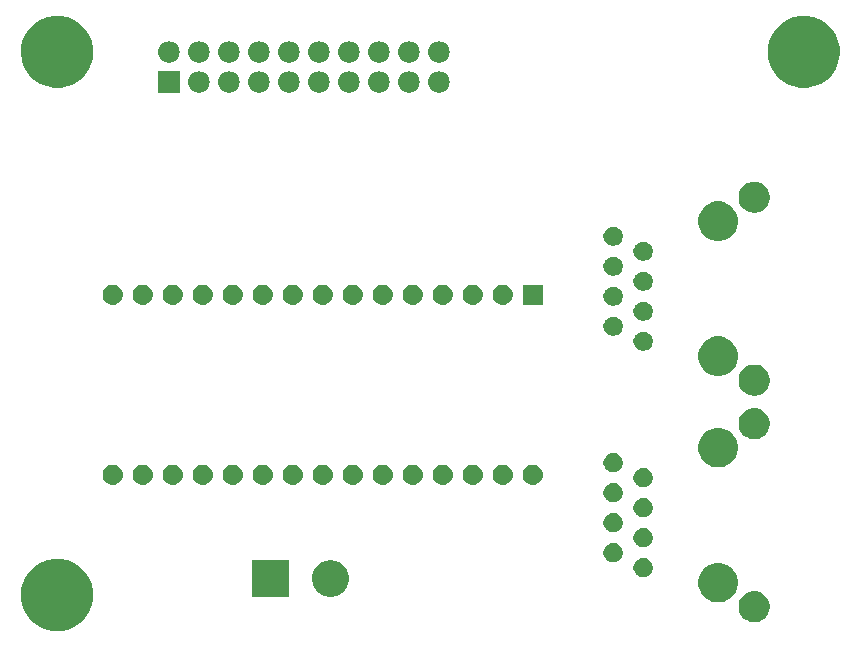
<source format=gbr>
G04 #@! TF.GenerationSoftware,KiCad,Pcbnew,5.0.2-bee76a0~70~ubuntu18.04.1*
G04 #@! TF.CreationDate,2021-06-01T15:08:51-05:00*
G04 #@! TF.ProjectId,CO2_sensorboard_slave,434f325f-7365-46e7-936f-72626f617264,rev?*
G04 #@! TF.SameCoordinates,Original*
G04 #@! TF.FileFunction,Soldermask,Bot*
G04 #@! TF.FilePolarity,Negative*
%FSLAX46Y46*%
G04 Gerber Fmt 4.6, Leading zero omitted, Abs format (unit mm)*
G04 Created by KiCad (PCBNEW 5.0.2-bee76a0~70~ubuntu18.04.1) date Tue 01 Jun 2021 03:08:51 PM CDT*
%MOMM*%
%LPD*%
G01*
G04 APERTURE LIST*
%ADD10C,0.100000*%
G04 APERTURE END LIST*
D10*
G36*
X50889941Y-93066248D02*
X50889943Y-93066249D01*
X50889944Y-93066249D01*
X51445190Y-93296239D01*
X51709354Y-93472748D01*
X51944902Y-93630136D01*
X52369864Y-94055098D01*
X52369866Y-94055101D01*
X52703761Y-94554810D01*
X52916086Y-95067409D01*
X52933752Y-95110059D01*
X53051000Y-95699501D01*
X53051000Y-96300499D01*
X52940127Y-96857893D01*
X52933751Y-96889944D01*
X52703761Y-97445190D01*
X52703760Y-97445191D01*
X52369864Y-97944902D01*
X51944902Y-98369864D01*
X51944899Y-98369866D01*
X51445190Y-98703761D01*
X50889944Y-98933751D01*
X50889943Y-98933751D01*
X50889941Y-98933752D01*
X50300499Y-99051000D01*
X49699501Y-99051000D01*
X49110059Y-98933752D01*
X49110057Y-98933751D01*
X49110056Y-98933751D01*
X48554810Y-98703761D01*
X48055101Y-98369866D01*
X48055098Y-98369864D01*
X47630136Y-97944902D01*
X47296240Y-97445191D01*
X47296239Y-97445190D01*
X47066249Y-96889944D01*
X47059874Y-96857893D01*
X46949000Y-96300499D01*
X46949000Y-95699501D01*
X47066248Y-95110059D01*
X47083914Y-95067409D01*
X47296239Y-94554810D01*
X47630134Y-94055101D01*
X47630136Y-94055098D01*
X48055098Y-93630136D01*
X48290646Y-93472748D01*
X48554810Y-93296239D01*
X49110056Y-93066249D01*
X49110057Y-93066249D01*
X49110059Y-93066248D01*
X49699501Y-92949000D01*
X50300499Y-92949000D01*
X50889941Y-93066248D01*
X50889941Y-93066248D01*
G37*
G36*
X109305502Y-95699501D02*
X109397322Y-95717765D01*
X109467735Y-95746931D01*
X109637728Y-95817344D01*
X109854092Y-95961914D01*
X110038086Y-96145908D01*
X110182656Y-96362272D01*
X110282235Y-96602679D01*
X110333000Y-96857891D01*
X110333000Y-97118109D01*
X110282235Y-97373321D01*
X110182656Y-97613728D01*
X110038086Y-97830092D01*
X109854092Y-98014086D01*
X109637728Y-98158656D01*
X109467735Y-98229069D01*
X109397322Y-98258235D01*
X109312250Y-98275157D01*
X109142109Y-98309000D01*
X108881891Y-98309000D01*
X108711750Y-98275157D01*
X108626678Y-98258235D01*
X108556265Y-98229069D01*
X108386272Y-98158656D01*
X108169908Y-98014086D01*
X107985914Y-97830092D01*
X107841344Y-97613728D01*
X107741765Y-97373321D01*
X107691000Y-97118109D01*
X107691000Y-96857891D01*
X107741765Y-96602679D01*
X107841344Y-96362272D01*
X107985914Y-96145908D01*
X108169908Y-95961914D01*
X108386272Y-95817344D01*
X108556265Y-95746931D01*
X108626678Y-95717765D01*
X108718498Y-95699501D01*
X108881891Y-95667000D01*
X109142109Y-95667000D01*
X109305502Y-95699501D01*
X109305502Y-95699501D01*
G37*
G36*
X106450871Y-93346408D02*
X106755883Y-93472748D01*
X106958189Y-93607925D01*
X107030390Y-93656168D01*
X107263832Y-93889610D01*
X107263834Y-93889613D01*
X107447252Y-94164117D01*
X107573592Y-94469129D01*
X107638000Y-94792928D01*
X107638000Y-95123072D01*
X107573592Y-95446871D01*
X107447252Y-95751883D01*
X107288495Y-95989479D01*
X107263832Y-96026390D01*
X107030390Y-96259832D01*
X107030387Y-96259834D01*
X106755883Y-96443252D01*
X106450871Y-96569592D01*
X106127072Y-96634000D01*
X105796928Y-96634000D01*
X105473129Y-96569592D01*
X105168117Y-96443252D01*
X104893613Y-96259834D01*
X104893610Y-96259832D01*
X104660168Y-96026390D01*
X104635505Y-95989479D01*
X104476748Y-95751883D01*
X104350408Y-95446871D01*
X104286000Y-95123072D01*
X104286000Y-94792928D01*
X104350408Y-94469129D01*
X104476748Y-94164117D01*
X104660166Y-93889613D01*
X104660168Y-93889610D01*
X104893610Y-93656168D01*
X104965811Y-93607925D01*
X105168117Y-93472748D01*
X105473129Y-93346408D01*
X105796928Y-93282000D01*
X106127072Y-93282000D01*
X106450871Y-93346408D01*
X106450871Y-93346408D01*
G37*
G36*
X73504527Y-93103736D02*
X73604410Y-93123604D01*
X73886674Y-93240521D01*
X74140705Y-93410259D01*
X74356741Y-93626295D01*
X74526479Y-93880326D01*
X74643396Y-94162590D01*
X74643396Y-94162591D01*
X74692305Y-94408470D01*
X74703000Y-94462240D01*
X74703000Y-94767760D01*
X74643396Y-95067410D01*
X74526479Y-95349674D01*
X74356741Y-95603705D01*
X74140705Y-95819741D01*
X73886674Y-95989479D01*
X73604410Y-96106396D01*
X73504527Y-96126264D01*
X73304762Y-96166000D01*
X72999238Y-96166000D01*
X72799473Y-96126264D01*
X72699590Y-96106396D01*
X72417326Y-95989479D01*
X72163295Y-95819741D01*
X71947259Y-95603705D01*
X71777521Y-95349674D01*
X71660604Y-95067410D01*
X71601000Y-94767760D01*
X71601000Y-94462240D01*
X71611696Y-94408470D01*
X71660604Y-94162591D01*
X71660604Y-94162590D01*
X71777521Y-93880326D01*
X71947259Y-93626295D01*
X72163295Y-93410259D01*
X72417326Y-93240521D01*
X72699590Y-93123604D01*
X72799473Y-93103736D01*
X72999238Y-93064000D01*
X73304762Y-93064000D01*
X73504527Y-93103736D01*
X73504527Y-93103736D01*
G37*
G36*
X69623000Y-96166000D02*
X66521000Y-96166000D01*
X66521000Y-93064000D01*
X69623000Y-93064000D01*
X69623000Y-96166000D01*
X69623000Y-96166000D01*
G37*
G36*
X99849142Y-92906242D02*
X99997102Y-92967530D01*
X100064130Y-93012317D01*
X100130257Y-93056501D01*
X100243499Y-93169743D01*
X100263554Y-93199758D01*
X100332470Y-93302898D01*
X100393758Y-93450858D01*
X100425000Y-93607925D01*
X100425000Y-93768075D01*
X100393758Y-93925142D01*
X100332470Y-94073102D01*
X100243498Y-94206258D01*
X100130258Y-94319498D01*
X99997102Y-94408470D01*
X99849142Y-94469758D01*
X99692075Y-94501000D01*
X99531925Y-94501000D01*
X99374858Y-94469758D01*
X99226898Y-94408470D01*
X99093742Y-94319498D01*
X98980502Y-94206258D01*
X98891530Y-94073102D01*
X98830242Y-93925142D01*
X98799000Y-93768075D01*
X98799000Y-93607925D01*
X98830242Y-93450858D01*
X98891530Y-93302898D01*
X98960446Y-93199758D01*
X98980501Y-93169743D01*
X99093743Y-93056501D01*
X99159870Y-93012317D01*
X99226898Y-92967530D01*
X99374858Y-92906242D01*
X99531925Y-92875000D01*
X99692075Y-92875000D01*
X99849142Y-92906242D01*
X99849142Y-92906242D01*
G37*
G36*
X97309142Y-91636242D02*
X97457102Y-91697530D01*
X97524130Y-91742317D01*
X97590257Y-91786501D01*
X97703499Y-91899743D01*
X97723554Y-91929758D01*
X97792470Y-92032898D01*
X97853758Y-92180858D01*
X97885000Y-92337925D01*
X97885000Y-92498075D01*
X97853758Y-92655142D01*
X97806354Y-92769583D01*
X97792471Y-92803100D01*
X97703499Y-92936257D01*
X97590257Y-93049499D01*
X97524130Y-93093683D01*
X97457102Y-93138470D01*
X97309142Y-93199758D01*
X97152075Y-93231000D01*
X96991925Y-93231000D01*
X96834858Y-93199758D01*
X96686898Y-93138470D01*
X96619870Y-93093683D01*
X96553743Y-93049499D01*
X96440501Y-92936257D01*
X96351529Y-92803100D01*
X96337646Y-92769583D01*
X96290242Y-92655142D01*
X96259000Y-92498075D01*
X96259000Y-92337925D01*
X96290242Y-92180858D01*
X96351530Y-92032898D01*
X96420446Y-91929758D01*
X96440501Y-91899743D01*
X96553743Y-91786501D01*
X96619870Y-91742317D01*
X96686898Y-91697530D01*
X96834858Y-91636242D01*
X96991925Y-91605000D01*
X97152075Y-91605000D01*
X97309142Y-91636242D01*
X97309142Y-91636242D01*
G37*
G36*
X99849142Y-90366242D02*
X99997102Y-90427530D01*
X100064130Y-90472317D01*
X100130257Y-90516501D01*
X100243499Y-90629743D01*
X100263554Y-90659758D01*
X100332470Y-90762898D01*
X100393758Y-90910858D01*
X100425000Y-91067925D01*
X100425000Y-91228075D01*
X100393758Y-91385142D01*
X100346354Y-91499583D01*
X100332471Y-91533100D01*
X100243499Y-91666257D01*
X100130257Y-91779499D01*
X100119776Y-91786502D01*
X99997102Y-91868470D01*
X99849142Y-91929758D01*
X99692075Y-91961000D01*
X99531925Y-91961000D01*
X99374858Y-91929758D01*
X99226898Y-91868470D01*
X99104224Y-91786502D01*
X99093743Y-91779499D01*
X98980501Y-91666257D01*
X98891529Y-91533100D01*
X98877646Y-91499583D01*
X98830242Y-91385142D01*
X98799000Y-91228075D01*
X98799000Y-91067925D01*
X98830242Y-90910858D01*
X98891530Y-90762898D01*
X98960446Y-90659758D01*
X98980501Y-90629743D01*
X99093743Y-90516501D01*
X99159870Y-90472317D01*
X99226898Y-90427530D01*
X99374858Y-90366242D01*
X99531925Y-90335000D01*
X99692075Y-90335000D01*
X99849142Y-90366242D01*
X99849142Y-90366242D01*
G37*
G36*
X97309142Y-89096242D02*
X97457102Y-89157530D01*
X97524130Y-89202317D01*
X97590257Y-89246501D01*
X97703499Y-89359743D01*
X97723554Y-89389758D01*
X97792470Y-89492898D01*
X97853758Y-89640858D01*
X97885000Y-89797925D01*
X97885000Y-89958075D01*
X97853758Y-90115142D01*
X97806354Y-90229583D01*
X97792471Y-90263100D01*
X97703499Y-90396257D01*
X97590257Y-90509499D01*
X97579776Y-90516502D01*
X97457102Y-90598470D01*
X97309142Y-90659758D01*
X97152075Y-90691000D01*
X96991925Y-90691000D01*
X96834858Y-90659758D01*
X96686898Y-90598470D01*
X96564224Y-90516502D01*
X96553743Y-90509499D01*
X96440501Y-90396257D01*
X96351529Y-90263100D01*
X96337646Y-90229583D01*
X96290242Y-90115142D01*
X96259000Y-89958075D01*
X96259000Y-89797925D01*
X96290242Y-89640858D01*
X96351530Y-89492898D01*
X96420446Y-89389758D01*
X96440501Y-89359743D01*
X96553743Y-89246501D01*
X96619870Y-89202317D01*
X96686898Y-89157530D01*
X96834858Y-89096242D01*
X96991925Y-89065000D01*
X97152075Y-89065000D01*
X97309142Y-89096242D01*
X97309142Y-89096242D01*
G37*
G36*
X99849142Y-87826242D02*
X99997102Y-87887530D01*
X100064130Y-87932317D01*
X100130257Y-87976501D01*
X100243499Y-88089743D01*
X100263554Y-88119758D01*
X100332470Y-88222898D01*
X100393758Y-88370858D01*
X100425000Y-88527925D01*
X100425000Y-88688075D01*
X100393758Y-88845142D01*
X100346354Y-88959583D01*
X100332471Y-88993100D01*
X100243499Y-89126257D01*
X100130257Y-89239499D01*
X100119776Y-89246502D01*
X99997102Y-89328470D01*
X99849142Y-89389758D01*
X99692075Y-89421000D01*
X99531925Y-89421000D01*
X99374858Y-89389758D01*
X99226898Y-89328470D01*
X99104224Y-89246502D01*
X99093743Y-89239499D01*
X98980501Y-89126257D01*
X98891529Y-88993100D01*
X98877646Y-88959583D01*
X98830242Y-88845142D01*
X98799000Y-88688075D01*
X98799000Y-88527925D01*
X98830242Y-88370858D01*
X98891530Y-88222898D01*
X98960446Y-88119758D01*
X98980501Y-88089743D01*
X99093743Y-87976501D01*
X99159870Y-87932317D01*
X99226898Y-87887530D01*
X99374858Y-87826242D01*
X99531925Y-87795000D01*
X99692075Y-87795000D01*
X99849142Y-87826242D01*
X99849142Y-87826242D01*
G37*
G36*
X97309142Y-86556242D02*
X97457102Y-86617530D01*
X97509717Y-86652686D01*
X97590257Y-86706501D01*
X97703499Y-86819743D01*
X97723554Y-86849758D01*
X97792470Y-86952898D01*
X97853758Y-87100858D01*
X97885000Y-87257925D01*
X97885000Y-87418075D01*
X97853758Y-87575142D01*
X97806354Y-87689583D01*
X97792471Y-87723100D01*
X97703499Y-87856257D01*
X97590257Y-87969499D01*
X97579776Y-87976502D01*
X97457102Y-88058470D01*
X97309142Y-88119758D01*
X97152075Y-88151000D01*
X96991925Y-88151000D01*
X96834858Y-88119758D01*
X96686898Y-88058470D01*
X96564224Y-87976502D01*
X96553743Y-87969499D01*
X96440501Y-87856257D01*
X96351529Y-87723100D01*
X96337646Y-87689583D01*
X96290242Y-87575142D01*
X96259000Y-87418075D01*
X96259000Y-87257925D01*
X96290242Y-87100858D01*
X96351530Y-86952898D01*
X96420446Y-86849758D01*
X96440501Y-86819743D01*
X96553743Y-86706501D01*
X96634283Y-86652686D01*
X96686898Y-86617530D01*
X96834858Y-86556242D01*
X96991925Y-86525000D01*
X97152075Y-86525000D01*
X97309142Y-86556242D01*
X97309142Y-86556242D01*
G37*
G36*
X99849142Y-85286242D02*
X99997102Y-85347530D01*
X100064130Y-85392317D01*
X100130257Y-85436501D01*
X100243499Y-85549743D01*
X100263554Y-85579758D01*
X100332470Y-85682898D01*
X100393758Y-85830858D01*
X100425000Y-85987925D01*
X100425000Y-86148075D01*
X100393758Y-86305142D01*
X100346737Y-86418659D01*
X100332471Y-86453100D01*
X100243499Y-86586257D01*
X100130257Y-86699499D01*
X100119776Y-86706502D01*
X99997102Y-86788470D01*
X99849142Y-86849758D01*
X99692075Y-86881000D01*
X99531925Y-86881000D01*
X99374858Y-86849758D01*
X99226898Y-86788470D01*
X99104224Y-86706502D01*
X99093743Y-86699499D01*
X98980501Y-86586257D01*
X98891529Y-86453100D01*
X98877263Y-86418659D01*
X98830242Y-86305142D01*
X98799000Y-86148075D01*
X98799000Y-85987925D01*
X98830242Y-85830858D01*
X98891530Y-85682898D01*
X98960446Y-85579758D01*
X98980501Y-85549743D01*
X99093743Y-85436501D01*
X99159870Y-85392317D01*
X99226898Y-85347530D01*
X99374858Y-85286242D01*
X99531925Y-85255000D01*
X99692075Y-85255000D01*
X99849142Y-85286242D01*
X99849142Y-85286242D01*
G37*
G36*
X82805821Y-84975313D02*
X82805824Y-84975314D01*
X82805825Y-84975314D01*
X82966239Y-85023975D01*
X82966241Y-85023976D01*
X82966244Y-85023977D01*
X83114078Y-85102995D01*
X83243659Y-85209341D01*
X83350005Y-85338922D01*
X83429023Y-85486756D01*
X83429024Y-85486759D01*
X83429025Y-85486761D01*
X83438644Y-85518471D01*
X83477687Y-85647179D01*
X83494117Y-85814000D01*
X83477687Y-85980821D01*
X83429023Y-86141244D01*
X83350005Y-86289078D01*
X83243659Y-86418659D01*
X83114078Y-86525005D01*
X82966244Y-86604023D01*
X82966241Y-86604024D01*
X82966239Y-86604025D01*
X82805825Y-86652686D01*
X82805824Y-86652686D01*
X82805821Y-86652687D01*
X82680804Y-86665000D01*
X82597196Y-86665000D01*
X82472179Y-86652687D01*
X82472176Y-86652686D01*
X82472175Y-86652686D01*
X82311761Y-86604025D01*
X82311759Y-86604024D01*
X82311756Y-86604023D01*
X82163922Y-86525005D01*
X82034341Y-86418659D01*
X81927995Y-86289078D01*
X81848977Y-86141244D01*
X81800313Y-85980821D01*
X81783883Y-85814000D01*
X81800313Y-85647179D01*
X81839356Y-85518471D01*
X81848975Y-85486761D01*
X81848976Y-85486759D01*
X81848977Y-85486756D01*
X81927995Y-85338922D01*
X82034341Y-85209341D01*
X82163922Y-85102995D01*
X82311756Y-85023977D01*
X82311759Y-85023976D01*
X82311761Y-85023975D01*
X82472175Y-84975314D01*
X82472176Y-84975314D01*
X82472179Y-84975313D01*
X82597196Y-84963000D01*
X82680804Y-84963000D01*
X82805821Y-84975313D01*
X82805821Y-84975313D01*
G37*
G36*
X54865821Y-84975313D02*
X54865824Y-84975314D01*
X54865825Y-84975314D01*
X55026239Y-85023975D01*
X55026241Y-85023976D01*
X55026244Y-85023977D01*
X55174078Y-85102995D01*
X55303659Y-85209341D01*
X55410005Y-85338922D01*
X55489023Y-85486756D01*
X55489024Y-85486759D01*
X55489025Y-85486761D01*
X55498644Y-85518471D01*
X55537687Y-85647179D01*
X55554117Y-85814000D01*
X55537687Y-85980821D01*
X55489023Y-86141244D01*
X55410005Y-86289078D01*
X55303659Y-86418659D01*
X55174078Y-86525005D01*
X55026244Y-86604023D01*
X55026241Y-86604024D01*
X55026239Y-86604025D01*
X54865825Y-86652686D01*
X54865824Y-86652686D01*
X54865821Y-86652687D01*
X54740804Y-86665000D01*
X54657196Y-86665000D01*
X54532179Y-86652687D01*
X54532176Y-86652686D01*
X54532175Y-86652686D01*
X54371761Y-86604025D01*
X54371759Y-86604024D01*
X54371756Y-86604023D01*
X54223922Y-86525005D01*
X54094341Y-86418659D01*
X53987995Y-86289078D01*
X53908977Y-86141244D01*
X53860313Y-85980821D01*
X53843883Y-85814000D01*
X53860313Y-85647179D01*
X53899356Y-85518471D01*
X53908975Y-85486761D01*
X53908976Y-85486759D01*
X53908977Y-85486756D01*
X53987995Y-85338922D01*
X54094341Y-85209341D01*
X54223922Y-85102995D01*
X54371756Y-85023977D01*
X54371759Y-85023976D01*
X54371761Y-85023975D01*
X54532175Y-84975314D01*
X54532176Y-84975314D01*
X54532179Y-84975313D01*
X54657196Y-84963000D01*
X54740804Y-84963000D01*
X54865821Y-84975313D01*
X54865821Y-84975313D01*
G37*
G36*
X90425821Y-84975313D02*
X90425824Y-84975314D01*
X90425825Y-84975314D01*
X90586239Y-85023975D01*
X90586241Y-85023976D01*
X90586244Y-85023977D01*
X90734078Y-85102995D01*
X90863659Y-85209341D01*
X90970005Y-85338922D01*
X91049023Y-85486756D01*
X91049024Y-85486759D01*
X91049025Y-85486761D01*
X91058644Y-85518471D01*
X91097687Y-85647179D01*
X91114117Y-85814000D01*
X91097687Y-85980821D01*
X91049023Y-86141244D01*
X90970005Y-86289078D01*
X90863659Y-86418659D01*
X90734078Y-86525005D01*
X90586244Y-86604023D01*
X90586241Y-86604024D01*
X90586239Y-86604025D01*
X90425825Y-86652686D01*
X90425824Y-86652686D01*
X90425821Y-86652687D01*
X90300804Y-86665000D01*
X90217196Y-86665000D01*
X90092179Y-86652687D01*
X90092176Y-86652686D01*
X90092175Y-86652686D01*
X89931761Y-86604025D01*
X89931759Y-86604024D01*
X89931756Y-86604023D01*
X89783922Y-86525005D01*
X89654341Y-86418659D01*
X89547995Y-86289078D01*
X89468977Y-86141244D01*
X89420313Y-85980821D01*
X89403883Y-85814000D01*
X89420313Y-85647179D01*
X89459356Y-85518471D01*
X89468975Y-85486761D01*
X89468976Y-85486759D01*
X89468977Y-85486756D01*
X89547995Y-85338922D01*
X89654341Y-85209341D01*
X89783922Y-85102995D01*
X89931756Y-85023977D01*
X89931759Y-85023976D01*
X89931761Y-85023975D01*
X90092175Y-84975314D01*
X90092176Y-84975314D01*
X90092179Y-84975313D01*
X90217196Y-84963000D01*
X90300804Y-84963000D01*
X90425821Y-84975313D01*
X90425821Y-84975313D01*
G37*
G36*
X87885821Y-84975313D02*
X87885824Y-84975314D01*
X87885825Y-84975314D01*
X88046239Y-85023975D01*
X88046241Y-85023976D01*
X88046244Y-85023977D01*
X88194078Y-85102995D01*
X88323659Y-85209341D01*
X88430005Y-85338922D01*
X88509023Y-85486756D01*
X88509024Y-85486759D01*
X88509025Y-85486761D01*
X88518644Y-85518471D01*
X88557687Y-85647179D01*
X88574117Y-85814000D01*
X88557687Y-85980821D01*
X88509023Y-86141244D01*
X88430005Y-86289078D01*
X88323659Y-86418659D01*
X88194078Y-86525005D01*
X88046244Y-86604023D01*
X88046241Y-86604024D01*
X88046239Y-86604025D01*
X87885825Y-86652686D01*
X87885824Y-86652686D01*
X87885821Y-86652687D01*
X87760804Y-86665000D01*
X87677196Y-86665000D01*
X87552179Y-86652687D01*
X87552176Y-86652686D01*
X87552175Y-86652686D01*
X87391761Y-86604025D01*
X87391759Y-86604024D01*
X87391756Y-86604023D01*
X87243922Y-86525005D01*
X87114341Y-86418659D01*
X87007995Y-86289078D01*
X86928977Y-86141244D01*
X86880313Y-85980821D01*
X86863883Y-85814000D01*
X86880313Y-85647179D01*
X86919356Y-85518471D01*
X86928975Y-85486761D01*
X86928976Y-85486759D01*
X86928977Y-85486756D01*
X87007995Y-85338922D01*
X87114341Y-85209341D01*
X87243922Y-85102995D01*
X87391756Y-85023977D01*
X87391759Y-85023976D01*
X87391761Y-85023975D01*
X87552175Y-84975314D01*
X87552176Y-84975314D01*
X87552179Y-84975313D01*
X87677196Y-84963000D01*
X87760804Y-84963000D01*
X87885821Y-84975313D01*
X87885821Y-84975313D01*
G37*
G36*
X85345821Y-84975313D02*
X85345824Y-84975314D01*
X85345825Y-84975314D01*
X85506239Y-85023975D01*
X85506241Y-85023976D01*
X85506244Y-85023977D01*
X85654078Y-85102995D01*
X85783659Y-85209341D01*
X85890005Y-85338922D01*
X85969023Y-85486756D01*
X85969024Y-85486759D01*
X85969025Y-85486761D01*
X85978644Y-85518471D01*
X86017687Y-85647179D01*
X86034117Y-85814000D01*
X86017687Y-85980821D01*
X85969023Y-86141244D01*
X85890005Y-86289078D01*
X85783659Y-86418659D01*
X85654078Y-86525005D01*
X85506244Y-86604023D01*
X85506241Y-86604024D01*
X85506239Y-86604025D01*
X85345825Y-86652686D01*
X85345824Y-86652686D01*
X85345821Y-86652687D01*
X85220804Y-86665000D01*
X85137196Y-86665000D01*
X85012179Y-86652687D01*
X85012176Y-86652686D01*
X85012175Y-86652686D01*
X84851761Y-86604025D01*
X84851759Y-86604024D01*
X84851756Y-86604023D01*
X84703922Y-86525005D01*
X84574341Y-86418659D01*
X84467995Y-86289078D01*
X84388977Y-86141244D01*
X84340313Y-85980821D01*
X84323883Y-85814000D01*
X84340313Y-85647179D01*
X84379356Y-85518471D01*
X84388975Y-85486761D01*
X84388976Y-85486759D01*
X84388977Y-85486756D01*
X84467995Y-85338922D01*
X84574341Y-85209341D01*
X84703922Y-85102995D01*
X84851756Y-85023977D01*
X84851759Y-85023976D01*
X84851761Y-85023975D01*
X85012175Y-84975314D01*
X85012176Y-84975314D01*
X85012179Y-84975313D01*
X85137196Y-84963000D01*
X85220804Y-84963000D01*
X85345821Y-84975313D01*
X85345821Y-84975313D01*
G37*
G36*
X80265821Y-84975313D02*
X80265824Y-84975314D01*
X80265825Y-84975314D01*
X80426239Y-85023975D01*
X80426241Y-85023976D01*
X80426244Y-85023977D01*
X80574078Y-85102995D01*
X80703659Y-85209341D01*
X80810005Y-85338922D01*
X80889023Y-85486756D01*
X80889024Y-85486759D01*
X80889025Y-85486761D01*
X80898644Y-85518471D01*
X80937687Y-85647179D01*
X80954117Y-85814000D01*
X80937687Y-85980821D01*
X80889023Y-86141244D01*
X80810005Y-86289078D01*
X80703659Y-86418659D01*
X80574078Y-86525005D01*
X80426244Y-86604023D01*
X80426241Y-86604024D01*
X80426239Y-86604025D01*
X80265825Y-86652686D01*
X80265824Y-86652686D01*
X80265821Y-86652687D01*
X80140804Y-86665000D01*
X80057196Y-86665000D01*
X79932179Y-86652687D01*
X79932176Y-86652686D01*
X79932175Y-86652686D01*
X79771761Y-86604025D01*
X79771759Y-86604024D01*
X79771756Y-86604023D01*
X79623922Y-86525005D01*
X79494341Y-86418659D01*
X79387995Y-86289078D01*
X79308977Y-86141244D01*
X79260313Y-85980821D01*
X79243883Y-85814000D01*
X79260313Y-85647179D01*
X79299356Y-85518471D01*
X79308975Y-85486761D01*
X79308976Y-85486759D01*
X79308977Y-85486756D01*
X79387995Y-85338922D01*
X79494341Y-85209341D01*
X79623922Y-85102995D01*
X79771756Y-85023977D01*
X79771759Y-85023976D01*
X79771761Y-85023975D01*
X79932175Y-84975314D01*
X79932176Y-84975314D01*
X79932179Y-84975313D01*
X80057196Y-84963000D01*
X80140804Y-84963000D01*
X80265821Y-84975313D01*
X80265821Y-84975313D01*
G37*
G36*
X77725821Y-84975313D02*
X77725824Y-84975314D01*
X77725825Y-84975314D01*
X77886239Y-85023975D01*
X77886241Y-85023976D01*
X77886244Y-85023977D01*
X78034078Y-85102995D01*
X78163659Y-85209341D01*
X78270005Y-85338922D01*
X78349023Y-85486756D01*
X78349024Y-85486759D01*
X78349025Y-85486761D01*
X78358644Y-85518471D01*
X78397687Y-85647179D01*
X78414117Y-85814000D01*
X78397687Y-85980821D01*
X78349023Y-86141244D01*
X78270005Y-86289078D01*
X78163659Y-86418659D01*
X78034078Y-86525005D01*
X77886244Y-86604023D01*
X77886241Y-86604024D01*
X77886239Y-86604025D01*
X77725825Y-86652686D01*
X77725824Y-86652686D01*
X77725821Y-86652687D01*
X77600804Y-86665000D01*
X77517196Y-86665000D01*
X77392179Y-86652687D01*
X77392176Y-86652686D01*
X77392175Y-86652686D01*
X77231761Y-86604025D01*
X77231759Y-86604024D01*
X77231756Y-86604023D01*
X77083922Y-86525005D01*
X76954341Y-86418659D01*
X76847995Y-86289078D01*
X76768977Y-86141244D01*
X76720313Y-85980821D01*
X76703883Y-85814000D01*
X76720313Y-85647179D01*
X76759356Y-85518471D01*
X76768975Y-85486761D01*
X76768976Y-85486759D01*
X76768977Y-85486756D01*
X76847995Y-85338922D01*
X76954341Y-85209341D01*
X77083922Y-85102995D01*
X77231756Y-85023977D01*
X77231759Y-85023976D01*
X77231761Y-85023975D01*
X77392175Y-84975314D01*
X77392176Y-84975314D01*
X77392179Y-84975313D01*
X77517196Y-84963000D01*
X77600804Y-84963000D01*
X77725821Y-84975313D01*
X77725821Y-84975313D01*
G37*
G36*
X72645821Y-84975313D02*
X72645824Y-84975314D01*
X72645825Y-84975314D01*
X72806239Y-85023975D01*
X72806241Y-85023976D01*
X72806244Y-85023977D01*
X72954078Y-85102995D01*
X73083659Y-85209341D01*
X73190005Y-85338922D01*
X73269023Y-85486756D01*
X73269024Y-85486759D01*
X73269025Y-85486761D01*
X73278644Y-85518471D01*
X73317687Y-85647179D01*
X73334117Y-85814000D01*
X73317687Y-85980821D01*
X73269023Y-86141244D01*
X73190005Y-86289078D01*
X73083659Y-86418659D01*
X72954078Y-86525005D01*
X72806244Y-86604023D01*
X72806241Y-86604024D01*
X72806239Y-86604025D01*
X72645825Y-86652686D01*
X72645824Y-86652686D01*
X72645821Y-86652687D01*
X72520804Y-86665000D01*
X72437196Y-86665000D01*
X72312179Y-86652687D01*
X72312176Y-86652686D01*
X72312175Y-86652686D01*
X72151761Y-86604025D01*
X72151759Y-86604024D01*
X72151756Y-86604023D01*
X72003922Y-86525005D01*
X71874341Y-86418659D01*
X71767995Y-86289078D01*
X71688977Y-86141244D01*
X71640313Y-85980821D01*
X71623883Y-85814000D01*
X71640313Y-85647179D01*
X71679356Y-85518471D01*
X71688975Y-85486761D01*
X71688976Y-85486759D01*
X71688977Y-85486756D01*
X71767995Y-85338922D01*
X71874341Y-85209341D01*
X72003922Y-85102995D01*
X72151756Y-85023977D01*
X72151759Y-85023976D01*
X72151761Y-85023975D01*
X72312175Y-84975314D01*
X72312176Y-84975314D01*
X72312179Y-84975313D01*
X72437196Y-84963000D01*
X72520804Y-84963000D01*
X72645821Y-84975313D01*
X72645821Y-84975313D01*
G37*
G36*
X70105821Y-84975313D02*
X70105824Y-84975314D01*
X70105825Y-84975314D01*
X70266239Y-85023975D01*
X70266241Y-85023976D01*
X70266244Y-85023977D01*
X70414078Y-85102995D01*
X70543659Y-85209341D01*
X70650005Y-85338922D01*
X70729023Y-85486756D01*
X70729024Y-85486759D01*
X70729025Y-85486761D01*
X70738644Y-85518471D01*
X70777687Y-85647179D01*
X70794117Y-85814000D01*
X70777687Y-85980821D01*
X70729023Y-86141244D01*
X70650005Y-86289078D01*
X70543659Y-86418659D01*
X70414078Y-86525005D01*
X70266244Y-86604023D01*
X70266241Y-86604024D01*
X70266239Y-86604025D01*
X70105825Y-86652686D01*
X70105824Y-86652686D01*
X70105821Y-86652687D01*
X69980804Y-86665000D01*
X69897196Y-86665000D01*
X69772179Y-86652687D01*
X69772176Y-86652686D01*
X69772175Y-86652686D01*
X69611761Y-86604025D01*
X69611759Y-86604024D01*
X69611756Y-86604023D01*
X69463922Y-86525005D01*
X69334341Y-86418659D01*
X69227995Y-86289078D01*
X69148977Y-86141244D01*
X69100313Y-85980821D01*
X69083883Y-85814000D01*
X69100313Y-85647179D01*
X69139356Y-85518471D01*
X69148975Y-85486761D01*
X69148976Y-85486759D01*
X69148977Y-85486756D01*
X69227995Y-85338922D01*
X69334341Y-85209341D01*
X69463922Y-85102995D01*
X69611756Y-85023977D01*
X69611759Y-85023976D01*
X69611761Y-85023975D01*
X69772175Y-84975314D01*
X69772176Y-84975314D01*
X69772179Y-84975313D01*
X69897196Y-84963000D01*
X69980804Y-84963000D01*
X70105821Y-84975313D01*
X70105821Y-84975313D01*
G37*
G36*
X57405821Y-84975313D02*
X57405824Y-84975314D01*
X57405825Y-84975314D01*
X57566239Y-85023975D01*
X57566241Y-85023976D01*
X57566244Y-85023977D01*
X57714078Y-85102995D01*
X57843659Y-85209341D01*
X57950005Y-85338922D01*
X58029023Y-85486756D01*
X58029024Y-85486759D01*
X58029025Y-85486761D01*
X58038644Y-85518471D01*
X58077687Y-85647179D01*
X58094117Y-85814000D01*
X58077687Y-85980821D01*
X58029023Y-86141244D01*
X57950005Y-86289078D01*
X57843659Y-86418659D01*
X57714078Y-86525005D01*
X57566244Y-86604023D01*
X57566241Y-86604024D01*
X57566239Y-86604025D01*
X57405825Y-86652686D01*
X57405824Y-86652686D01*
X57405821Y-86652687D01*
X57280804Y-86665000D01*
X57197196Y-86665000D01*
X57072179Y-86652687D01*
X57072176Y-86652686D01*
X57072175Y-86652686D01*
X56911761Y-86604025D01*
X56911759Y-86604024D01*
X56911756Y-86604023D01*
X56763922Y-86525005D01*
X56634341Y-86418659D01*
X56527995Y-86289078D01*
X56448977Y-86141244D01*
X56400313Y-85980821D01*
X56383883Y-85814000D01*
X56400313Y-85647179D01*
X56439356Y-85518471D01*
X56448975Y-85486761D01*
X56448976Y-85486759D01*
X56448977Y-85486756D01*
X56527995Y-85338922D01*
X56634341Y-85209341D01*
X56763922Y-85102995D01*
X56911756Y-85023977D01*
X56911759Y-85023976D01*
X56911761Y-85023975D01*
X57072175Y-84975314D01*
X57072176Y-84975314D01*
X57072179Y-84975313D01*
X57197196Y-84963000D01*
X57280804Y-84963000D01*
X57405821Y-84975313D01*
X57405821Y-84975313D01*
G37*
G36*
X65025821Y-84975313D02*
X65025824Y-84975314D01*
X65025825Y-84975314D01*
X65186239Y-85023975D01*
X65186241Y-85023976D01*
X65186244Y-85023977D01*
X65334078Y-85102995D01*
X65463659Y-85209341D01*
X65570005Y-85338922D01*
X65649023Y-85486756D01*
X65649024Y-85486759D01*
X65649025Y-85486761D01*
X65658644Y-85518471D01*
X65697687Y-85647179D01*
X65714117Y-85814000D01*
X65697687Y-85980821D01*
X65649023Y-86141244D01*
X65570005Y-86289078D01*
X65463659Y-86418659D01*
X65334078Y-86525005D01*
X65186244Y-86604023D01*
X65186241Y-86604024D01*
X65186239Y-86604025D01*
X65025825Y-86652686D01*
X65025824Y-86652686D01*
X65025821Y-86652687D01*
X64900804Y-86665000D01*
X64817196Y-86665000D01*
X64692179Y-86652687D01*
X64692176Y-86652686D01*
X64692175Y-86652686D01*
X64531761Y-86604025D01*
X64531759Y-86604024D01*
X64531756Y-86604023D01*
X64383922Y-86525005D01*
X64254341Y-86418659D01*
X64147995Y-86289078D01*
X64068977Y-86141244D01*
X64020313Y-85980821D01*
X64003883Y-85814000D01*
X64020313Y-85647179D01*
X64059356Y-85518471D01*
X64068975Y-85486761D01*
X64068976Y-85486759D01*
X64068977Y-85486756D01*
X64147995Y-85338922D01*
X64254341Y-85209341D01*
X64383922Y-85102995D01*
X64531756Y-85023977D01*
X64531759Y-85023976D01*
X64531761Y-85023975D01*
X64692175Y-84975314D01*
X64692176Y-84975314D01*
X64692179Y-84975313D01*
X64817196Y-84963000D01*
X64900804Y-84963000D01*
X65025821Y-84975313D01*
X65025821Y-84975313D01*
G37*
G36*
X62485821Y-84975313D02*
X62485824Y-84975314D01*
X62485825Y-84975314D01*
X62646239Y-85023975D01*
X62646241Y-85023976D01*
X62646244Y-85023977D01*
X62794078Y-85102995D01*
X62923659Y-85209341D01*
X63030005Y-85338922D01*
X63109023Y-85486756D01*
X63109024Y-85486759D01*
X63109025Y-85486761D01*
X63118644Y-85518471D01*
X63157687Y-85647179D01*
X63174117Y-85814000D01*
X63157687Y-85980821D01*
X63109023Y-86141244D01*
X63030005Y-86289078D01*
X62923659Y-86418659D01*
X62794078Y-86525005D01*
X62646244Y-86604023D01*
X62646241Y-86604024D01*
X62646239Y-86604025D01*
X62485825Y-86652686D01*
X62485824Y-86652686D01*
X62485821Y-86652687D01*
X62360804Y-86665000D01*
X62277196Y-86665000D01*
X62152179Y-86652687D01*
X62152176Y-86652686D01*
X62152175Y-86652686D01*
X61991761Y-86604025D01*
X61991759Y-86604024D01*
X61991756Y-86604023D01*
X61843922Y-86525005D01*
X61714341Y-86418659D01*
X61607995Y-86289078D01*
X61528977Y-86141244D01*
X61480313Y-85980821D01*
X61463883Y-85814000D01*
X61480313Y-85647179D01*
X61519356Y-85518471D01*
X61528975Y-85486761D01*
X61528976Y-85486759D01*
X61528977Y-85486756D01*
X61607995Y-85338922D01*
X61714341Y-85209341D01*
X61843922Y-85102995D01*
X61991756Y-85023977D01*
X61991759Y-85023976D01*
X61991761Y-85023975D01*
X62152175Y-84975314D01*
X62152176Y-84975314D01*
X62152179Y-84975313D01*
X62277196Y-84963000D01*
X62360804Y-84963000D01*
X62485821Y-84975313D01*
X62485821Y-84975313D01*
G37*
G36*
X59945821Y-84975313D02*
X59945824Y-84975314D01*
X59945825Y-84975314D01*
X60106239Y-85023975D01*
X60106241Y-85023976D01*
X60106244Y-85023977D01*
X60254078Y-85102995D01*
X60383659Y-85209341D01*
X60490005Y-85338922D01*
X60569023Y-85486756D01*
X60569024Y-85486759D01*
X60569025Y-85486761D01*
X60578644Y-85518471D01*
X60617687Y-85647179D01*
X60634117Y-85814000D01*
X60617687Y-85980821D01*
X60569023Y-86141244D01*
X60490005Y-86289078D01*
X60383659Y-86418659D01*
X60254078Y-86525005D01*
X60106244Y-86604023D01*
X60106241Y-86604024D01*
X60106239Y-86604025D01*
X59945825Y-86652686D01*
X59945824Y-86652686D01*
X59945821Y-86652687D01*
X59820804Y-86665000D01*
X59737196Y-86665000D01*
X59612179Y-86652687D01*
X59612176Y-86652686D01*
X59612175Y-86652686D01*
X59451761Y-86604025D01*
X59451759Y-86604024D01*
X59451756Y-86604023D01*
X59303922Y-86525005D01*
X59174341Y-86418659D01*
X59067995Y-86289078D01*
X58988977Y-86141244D01*
X58940313Y-85980821D01*
X58923883Y-85814000D01*
X58940313Y-85647179D01*
X58979356Y-85518471D01*
X58988975Y-85486761D01*
X58988976Y-85486759D01*
X58988977Y-85486756D01*
X59067995Y-85338922D01*
X59174341Y-85209341D01*
X59303922Y-85102995D01*
X59451756Y-85023977D01*
X59451759Y-85023976D01*
X59451761Y-85023975D01*
X59612175Y-84975314D01*
X59612176Y-84975314D01*
X59612179Y-84975313D01*
X59737196Y-84963000D01*
X59820804Y-84963000D01*
X59945821Y-84975313D01*
X59945821Y-84975313D01*
G37*
G36*
X67565821Y-84975313D02*
X67565824Y-84975314D01*
X67565825Y-84975314D01*
X67726239Y-85023975D01*
X67726241Y-85023976D01*
X67726244Y-85023977D01*
X67874078Y-85102995D01*
X68003659Y-85209341D01*
X68110005Y-85338922D01*
X68189023Y-85486756D01*
X68189024Y-85486759D01*
X68189025Y-85486761D01*
X68198644Y-85518471D01*
X68237687Y-85647179D01*
X68254117Y-85814000D01*
X68237687Y-85980821D01*
X68189023Y-86141244D01*
X68110005Y-86289078D01*
X68003659Y-86418659D01*
X67874078Y-86525005D01*
X67726244Y-86604023D01*
X67726241Y-86604024D01*
X67726239Y-86604025D01*
X67565825Y-86652686D01*
X67565824Y-86652686D01*
X67565821Y-86652687D01*
X67440804Y-86665000D01*
X67357196Y-86665000D01*
X67232179Y-86652687D01*
X67232176Y-86652686D01*
X67232175Y-86652686D01*
X67071761Y-86604025D01*
X67071759Y-86604024D01*
X67071756Y-86604023D01*
X66923922Y-86525005D01*
X66794341Y-86418659D01*
X66687995Y-86289078D01*
X66608977Y-86141244D01*
X66560313Y-85980821D01*
X66543883Y-85814000D01*
X66560313Y-85647179D01*
X66599356Y-85518471D01*
X66608975Y-85486761D01*
X66608976Y-85486759D01*
X66608977Y-85486756D01*
X66687995Y-85338922D01*
X66794341Y-85209341D01*
X66923922Y-85102995D01*
X67071756Y-85023977D01*
X67071759Y-85023976D01*
X67071761Y-85023975D01*
X67232175Y-84975314D01*
X67232176Y-84975314D01*
X67232179Y-84975313D01*
X67357196Y-84963000D01*
X67440804Y-84963000D01*
X67565821Y-84975313D01*
X67565821Y-84975313D01*
G37*
G36*
X75185821Y-84975313D02*
X75185824Y-84975314D01*
X75185825Y-84975314D01*
X75346239Y-85023975D01*
X75346241Y-85023976D01*
X75346244Y-85023977D01*
X75494078Y-85102995D01*
X75623659Y-85209341D01*
X75730005Y-85338922D01*
X75809023Y-85486756D01*
X75809024Y-85486759D01*
X75809025Y-85486761D01*
X75818644Y-85518471D01*
X75857687Y-85647179D01*
X75874117Y-85814000D01*
X75857687Y-85980821D01*
X75809023Y-86141244D01*
X75730005Y-86289078D01*
X75623659Y-86418659D01*
X75494078Y-86525005D01*
X75346244Y-86604023D01*
X75346241Y-86604024D01*
X75346239Y-86604025D01*
X75185825Y-86652686D01*
X75185824Y-86652686D01*
X75185821Y-86652687D01*
X75060804Y-86665000D01*
X74977196Y-86665000D01*
X74852179Y-86652687D01*
X74852176Y-86652686D01*
X74852175Y-86652686D01*
X74691761Y-86604025D01*
X74691759Y-86604024D01*
X74691756Y-86604023D01*
X74543922Y-86525005D01*
X74414341Y-86418659D01*
X74307995Y-86289078D01*
X74228977Y-86141244D01*
X74180313Y-85980821D01*
X74163883Y-85814000D01*
X74180313Y-85647179D01*
X74219356Y-85518471D01*
X74228975Y-85486761D01*
X74228976Y-85486759D01*
X74228977Y-85486756D01*
X74307995Y-85338922D01*
X74414341Y-85209341D01*
X74543922Y-85102995D01*
X74691756Y-85023977D01*
X74691759Y-85023976D01*
X74691761Y-85023975D01*
X74852175Y-84975314D01*
X74852176Y-84975314D01*
X74852179Y-84975313D01*
X74977196Y-84963000D01*
X75060804Y-84963000D01*
X75185821Y-84975313D01*
X75185821Y-84975313D01*
G37*
G36*
X97309142Y-84016242D02*
X97457102Y-84077530D01*
X97590258Y-84166502D01*
X97703498Y-84279742D01*
X97792470Y-84412898D01*
X97853758Y-84560858D01*
X97885000Y-84717925D01*
X97885000Y-84878075D01*
X97853758Y-85035142D01*
X97792470Y-85183102D01*
X97747683Y-85250130D01*
X97703499Y-85316257D01*
X97590257Y-85429499D01*
X97579776Y-85436502D01*
X97457102Y-85518470D01*
X97309142Y-85579758D01*
X97152075Y-85611000D01*
X96991925Y-85611000D01*
X96834858Y-85579758D01*
X96686898Y-85518470D01*
X96564224Y-85436502D01*
X96553743Y-85429499D01*
X96440501Y-85316257D01*
X96396317Y-85250130D01*
X96351530Y-85183102D01*
X96290242Y-85035142D01*
X96259000Y-84878075D01*
X96259000Y-84717925D01*
X96290242Y-84560858D01*
X96351530Y-84412898D01*
X96440502Y-84279742D01*
X96553742Y-84166502D01*
X96686898Y-84077530D01*
X96834858Y-84016242D01*
X96991925Y-83985000D01*
X97152075Y-83985000D01*
X97309142Y-84016242D01*
X97309142Y-84016242D01*
G37*
G36*
X106450871Y-81916408D02*
X106755883Y-82042748D01*
X107028538Y-82224930D01*
X107030390Y-82226168D01*
X107263832Y-82459610D01*
X107263834Y-82459613D01*
X107447252Y-82734117D01*
X107573592Y-83039129D01*
X107638000Y-83362928D01*
X107638000Y-83693072D01*
X107573592Y-84016871D01*
X107447252Y-84321883D01*
X107386436Y-84412900D01*
X107263832Y-84596390D01*
X107030390Y-84829832D01*
X107030387Y-84829834D01*
X106755883Y-85013252D01*
X106450871Y-85139592D01*
X106127072Y-85204000D01*
X105796928Y-85204000D01*
X105473129Y-85139592D01*
X105168117Y-85013252D01*
X104893613Y-84829834D01*
X104893610Y-84829832D01*
X104660168Y-84596390D01*
X104537564Y-84412900D01*
X104476748Y-84321883D01*
X104350408Y-84016871D01*
X104286000Y-83693072D01*
X104286000Y-83362928D01*
X104350408Y-83039129D01*
X104476748Y-82734117D01*
X104660166Y-82459613D01*
X104660168Y-82459610D01*
X104893610Y-82226168D01*
X104895462Y-82224930D01*
X105168117Y-82042748D01*
X105473129Y-81916408D01*
X105796928Y-81852000D01*
X106127072Y-81852000D01*
X106450871Y-81916408D01*
X106450871Y-81916408D01*
G37*
G36*
X109312250Y-80210843D02*
X109397322Y-80227765D01*
X109467735Y-80256931D01*
X109637728Y-80327344D01*
X109854092Y-80471914D01*
X110038086Y-80655908D01*
X110182656Y-80872272D01*
X110282235Y-81112679D01*
X110333000Y-81367891D01*
X110333000Y-81628109D01*
X110282235Y-81883321D01*
X110182656Y-82123728D01*
X110038086Y-82340092D01*
X109854092Y-82524086D01*
X109637728Y-82668656D01*
X109479690Y-82734117D01*
X109397322Y-82768235D01*
X109312250Y-82785157D01*
X109142109Y-82819000D01*
X108881891Y-82819000D01*
X108711750Y-82785157D01*
X108626678Y-82768235D01*
X108544310Y-82734117D01*
X108386272Y-82668656D01*
X108169908Y-82524086D01*
X107985914Y-82340092D01*
X107841344Y-82123728D01*
X107741765Y-81883321D01*
X107691000Y-81628109D01*
X107691000Y-81367891D01*
X107741765Y-81112679D01*
X107841344Y-80872272D01*
X107985914Y-80655908D01*
X108169908Y-80471914D01*
X108386272Y-80327344D01*
X108556265Y-80256931D01*
X108626678Y-80227765D01*
X108711750Y-80210843D01*
X108881891Y-80177000D01*
X109142109Y-80177000D01*
X109312250Y-80210843D01*
X109312250Y-80210843D01*
G37*
G36*
X109312250Y-76523843D02*
X109397322Y-76540765D01*
X109467735Y-76569931D01*
X109637728Y-76640344D01*
X109854092Y-76784914D01*
X110038086Y-76968908D01*
X110182656Y-77185272D01*
X110282235Y-77425679D01*
X110333000Y-77680891D01*
X110333000Y-77941109D01*
X110282235Y-78196321D01*
X110182656Y-78436728D01*
X110038086Y-78653092D01*
X109854092Y-78837086D01*
X109637728Y-78981656D01*
X109467735Y-79052069D01*
X109397322Y-79081235D01*
X109312250Y-79098157D01*
X109142109Y-79132000D01*
X108881891Y-79132000D01*
X108711750Y-79098157D01*
X108626678Y-79081235D01*
X108556265Y-79052069D01*
X108386272Y-78981656D01*
X108169908Y-78837086D01*
X107985914Y-78653092D01*
X107841344Y-78436728D01*
X107741765Y-78196321D01*
X107691000Y-77941109D01*
X107691000Y-77680891D01*
X107741765Y-77425679D01*
X107841344Y-77185272D01*
X107985914Y-76968908D01*
X108169908Y-76784914D01*
X108386272Y-76640344D01*
X108556265Y-76569931D01*
X108626678Y-76540765D01*
X108711750Y-76523843D01*
X108881891Y-76490000D01*
X109142109Y-76490000D01*
X109312250Y-76523843D01*
X109312250Y-76523843D01*
G37*
G36*
X106450871Y-74169408D02*
X106755883Y-74295748D01*
X106958189Y-74430925D01*
X107030390Y-74479168D01*
X107263832Y-74712610D01*
X107263834Y-74712613D01*
X107447252Y-74987117D01*
X107573592Y-75292129D01*
X107638000Y-75615928D01*
X107638000Y-75946072D01*
X107573592Y-76269871D01*
X107447252Y-76574883D01*
X107265070Y-76847538D01*
X107263832Y-76849390D01*
X107030390Y-77082832D01*
X107030387Y-77082834D01*
X106755883Y-77266252D01*
X106450871Y-77392592D01*
X106127072Y-77457000D01*
X105796928Y-77457000D01*
X105473129Y-77392592D01*
X105168117Y-77266252D01*
X104893613Y-77082834D01*
X104893610Y-77082832D01*
X104660168Y-76849390D01*
X104658930Y-76847538D01*
X104476748Y-76574883D01*
X104350408Y-76269871D01*
X104286000Y-75946072D01*
X104286000Y-75615928D01*
X104350408Y-75292129D01*
X104476748Y-74987117D01*
X104660166Y-74712613D01*
X104660168Y-74712610D01*
X104893610Y-74479168D01*
X104965811Y-74430925D01*
X105168117Y-74295748D01*
X105473129Y-74169408D01*
X105796928Y-74105000D01*
X106127072Y-74105000D01*
X106450871Y-74169408D01*
X106450871Y-74169408D01*
G37*
G36*
X99849142Y-73729242D02*
X99997102Y-73790530D01*
X100064130Y-73835317D01*
X100130257Y-73879501D01*
X100243499Y-73992743D01*
X100263554Y-74022758D01*
X100332470Y-74125898D01*
X100393758Y-74273858D01*
X100425000Y-74430925D01*
X100425000Y-74591075D01*
X100393758Y-74748142D01*
X100332470Y-74896102D01*
X100243498Y-75029258D01*
X100130258Y-75142498D01*
X99997102Y-75231470D01*
X99849142Y-75292758D01*
X99692075Y-75324000D01*
X99531925Y-75324000D01*
X99374858Y-75292758D01*
X99226898Y-75231470D01*
X99093742Y-75142498D01*
X98980502Y-75029258D01*
X98891530Y-74896102D01*
X98830242Y-74748142D01*
X98799000Y-74591075D01*
X98799000Y-74430925D01*
X98830242Y-74273858D01*
X98891530Y-74125898D01*
X98960446Y-74022758D01*
X98980501Y-73992743D01*
X99093743Y-73879501D01*
X99159870Y-73835317D01*
X99226898Y-73790530D01*
X99374858Y-73729242D01*
X99531925Y-73698000D01*
X99692075Y-73698000D01*
X99849142Y-73729242D01*
X99849142Y-73729242D01*
G37*
G36*
X97309142Y-72459242D02*
X97457102Y-72520530D01*
X97524130Y-72565317D01*
X97590257Y-72609501D01*
X97703499Y-72722743D01*
X97723554Y-72752758D01*
X97792470Y-72855898D01*
X97853758Y-73003858D01*
X97885000Y-73160925D01*
X97885000Y-73321075D01*
X97853758Y-73478142D01*
X97806354Y-73592583D01*
X97792471Y-73626100D01*
X97703499Y-73759257D01*
X97590257Y-73872499D01*
X97579776Y-73879502D01*
X97457102Y-73961470D01*
X97309142Y-74022758D01*
X97152075Y-74054000D01*
X96991925Y-74054000D01*
X96834858Y-74022758D01*
X96686898Y-73961470D01*
X96564224Y-73879502D01*
X96553743Y-73872499D01*
X96440501Y-73759257D01*
X96351529Y-73626100D01*
X96337646Y-73592583D01*
X96290242Y-73478142D01*
X96259000Y-73321075D01*
X96259000Y-73160925D01*
X96290242Y-73003858D01*
X96351530Y-72855898D01*
X96420446Y-72752758D01*
X96440501Y-72722743D01*
X96553743Y-72609501D01*
X96619870Y-72565317D01*
X96686898Y-72520530D01*
X96834858Y-72459242D01*
X96991925Y-72428000D01*
X97152075Y-72428000D01*
X97309142Y-72459242D01*
X97309142Y-72459242D01*
G37*
G36*
X99849142Y-71189242D02*
X99997102Y-71250530D01*
X100048696Y-71285004D01*
X100130257Y-71339501D01*
X100243499Y-71452743D01*
X100263554Y-71482758D01*
X100332470Y-71585898D01*
X100393758Y-71733858D01*
X100425000Y-71890925D01*
X100425000Y-72051075D01*
X100393758Y-72208142D01*
X100346354Y-72322583D01*
X100332471Y-72356100D01*
X100243499Y-72489257D01*
X100130257Y-72602499D01*
X100119776Y-72609502D01*
X99997102Y-72691470D01*
X99849142Y-72752758D01*
X99692075Y-72784000D01*
X99531925Y-72784000D01*
X99374858Y-72752758D01*
X99226898Y-72691470D01*
X99104224Y-72609502D01*
X99093743Y-72602499D01*
X98980501Y-72489257D01*
X98891529Y-72356100D01*
X98877646Y-72322583D01*
X98830242Y-72208142D01*
X98799000Y-72051075D01*
X98799000Y-71890925D01*
X98830242Y-71733858D01*
X98891530Y-71585898D01*
X98960446Y-71482758D01*
X98980501Y-71452743D01*
X99093743Y-71339501D01*
X99175304Y-71285004D01*
X99226898Y-71250530D01*
X99374858Y-71189242D01*
X99531925Y-71158000D01*
X99692075Y-71158000D01*
X99849142Y-71189242D01*
X99849142Y-71189242D01*
G37*
G36*
X97309142Y-69919242D02*
X97457102Y-69980530D01*
X97524130Y-70025317D01*
X97590257Y-70069501D01*
X97703499Y-70182743D01*
X97723554Y-70212758D01*
X97792470Y-70315898D01*
X97853758Y-70463858D01*
X97885000Y-70620925D01*
X97885000Y-70781075D01*
X97853758Y-70938142D01*
X97807806Y-71049078D01*
X97792471Y-71086100D01*
X97703499Y-71219257D01*
X97590257Y-71332499D01*
X97579776Y-71339502D01*
X97457102Y-71421470D01*
X97309142Y-71482758D01*
X97152075Y-71514000D01*
X96991925Y-71514000D01*
X96834858Y-71482758D01*
X96686898Y-71421470D01*
X96564224Y-71339502D01*
X96553743Y-71332499D01*
X96440501Y-71219257D01*
X96351529Y-71086100D01*
X96336194Y-71049078D01*
X96290242Y-70938142D01*
X96259000Y-70781075D01*
X96259000Y-70620925D01*
X96290242Y-70463858D01*
X96351530Y-70315898D01*
X96420446Y-70212758D01*
X96440501Y-70182743D01*
X96553743Y-70069501D01*
X96619870Y-70025317D01*
X96686898Y-69980530D01*
X96834858Y-69919242D01*
X96991925Y-69888000D01*
X97152075Y-69888000D01*
X97309142Y-69919242D01*
X97309142Y-69919242D01*
G37*
G36*
X54865821Y-69735313D02*
X54865824Y-69735314D01*
X54865825Y-69735314D01*
X55026239Y-69783975D01*
X55026241Y-69783976D01*
X55026244Y-69783977D01*
X55174078Y-69862995D01*
X55303659Y-69969341D01*
X55410005Y-70098922D01*
X55489023Y-70246756D01*
X55537687Y-70407179D01*
X55554117Y-70574000D01*
X55537687Y-70740821D01*
X55537686Y-70740824D01*
X55537686Y-70740825D01*
X55525477Y-70781074D01*
X55489023Y-70901244D01*
X55410005Y-71049078D01*
X55303659Y-71178659D01*
X55174078Y-71285005D01*
X55026244Y-71364023D01*
X55026241Y-71364024D01*
X55026239Y-71364025D01*
X54865825Y-71412686D01*
X54865824Y-71412686D01*
X54865821Y-71412687D01*
X54740804Y-71425000D01*
X54657196Y-71425000D01*
X54532179Y-71412687D01*
X54532176Y-71412686D01*
X54532175Y-71412686D01*
X54371761Y-71364025D01*
X54371759Y-71364024D01*
X54371756Y-71364023D01*
X54223922Y-71285005D01*
X54094341Y-71178659D01*
X53987995Y-71049078D01*
X53908977Y-70901244D01*
X53872524Y-70781074D01*
X53860314Y-70740825D01*
X53860314Y-70740824D01*
X53860313Y-70740821D01*
X53843883Y-70574000D01*
X53860313Y-70407179D01*
X53908977Y-70246756D01*
X53987995Y-70098922D01*
X54094341Y-69969341D01*
X54223922Y-69862995D01*
X54371756Y-69783977D01*
X54371759Y-69783976D01*
X54371761Y-69783975D01*
X54532175Y-69735314D01*
X54532176Y-69735314D01*
X54532179Y-69735313D01*
X54657196Y-69723000D01*
X54740804Y-69723000D01*
X54865821Y-69735313D01*
X54865821Y-69735313D01*
G37*
G36*
X57405821Y-69735313D02*
X57405824Y-69735314D01*
X57405825Y-69735314D01*
X57566239Y-69783975D01*
X57566241Y-69783976D01*
X57566244Y-69783977D01*
X57714078Y-69862995D01*
X57843659Y-69969341D01*
X57950005Y-70098922D01*
X58029023Y-70246756D01*
X58077687Y-70407179D01*
X58094117Y-70574000D01*
X58077687Y-70740821D01*
X58077686Y-70740824D01*
X58077686Y-70740825D01*
X58065477Y-70781074D01*
X58029023Y-70901244D01*
X57950005Y-71049078D01*
X57843659Y-71178659D01*
X57714078Y-71285005D01*
X57566244Y-71364023D01*
X57566241Y-71364024D01*
X57566239Y-71364025D01*
X57405825Y-71412686D01*
X57405824Y-71412686D01*
X57405821Y-71412687D01*
X57280804Y-71425000D01*
X57197196Y-71425000D01*
X57072179Y-71412687D01*
X57072176Y-71412686D01*
X57072175Y-71412686D01*
X56911761Y-71364025D01*
X56911759Y-71364024D01*
X56911756Y-71364023D01*
X56763922Y-71285005D01*
X56634341Y-71178659D01*
X56527995Y-71049078D01*
X56448977Y-70901244D01*
X56412524Y-70781074D01*
X56400314Y-70740825D01*
X56400314Y-70740824D01*
X56400313Y-70740821D01*
X56383883Y-70574000D01*
X56400313Y-70407179D01*
X56448977Y-70246756D01*
X56527995Y-70098922D01*
X56634341Y-69969341D01*
X56763922Y-69862995D01*
X56911756Y-69783977D01*
X56911759Y-69783976D01*
X56911761Y-69783975D01*
X57072175Y-69735314D01*
X57072176Y-69735314D01*
X57072179Y-69735313D01*
X57197196Y-69723000D01*
X57280804Y-69723000D01*
X57405821Y-69735313D01*
X57405821Y-69735313D01*
G37*
G36*
X59945821Y-69735313D02*
X59945824Y-69735314D01*
X59945825Y-69735314D01*
X60106239Y-69783975D01*
X60106241Y-69783976D01*
X60106244Y-69783977D01*
X60254078Y-69862995D01*
X60383659Y-69969341D01*
X60490005Y-70098922D01*
X60569023Y-70246756D01*
X60617687Y-70407179D01*
X60634117Y-70574000D01*
X60617687Y-70740821D01*
X60617686Y-70740824D01*
X60617686Y-70740825D01*
X60605477Y-70781074D01*
X60569023Y-70901244D01*
X60490005Y-71049078D01*
X60383659Y-71178659D01*
X60254078Y-71285005D01*
X60106244Y-71364023D01*
X60106241Y-71364024D01*
X60106239Y-71364025D01*
X59945825Y-71412686D01*
X59945824Y-71412686D01*
X59945821Y-71412687D01*
X59820804Y-71425000D01*
X59737196Y-71425000D01*
X59612179Y-71412687D01*
X59612176Y-71412686D01*
X59612175Y-71412686D01*
X59451761Y-71364025D01*
X59451759Y-71364024D01*
X59451756Y-71364023D01*
X59303922Y-71285005D01*
X59174341Y-71178659D01*
X59067995Y-71049078D01*
X58988977Y-70901244D01*
X58952524Y-70781074D01*
X58940314Y-70740825D01*
X58940314Y-70740824D01*
X58940313Y-70740821D01*
X58923883Y-70574000D01*
X58940313Y-70407179D01*
X58988977Y-70246756D01*
X59067995Y-70098922D01*
X59174341Y-69969341D01*
X59303922Y-69862995D01*
X59451756Y-69783977D01*
X59451759Y-69783976D01*
X59451761Y-69783975D01*
X59612175Y-69735314D01*
X59612176Y-69735314D01*
X59612179Y-69735313D01*
X59737196Y-69723000D01*
X59820804Y-69723000D01*
X59945821Y-69735313D01*
X59945821Y-69735313D01*
G37*
G36*
X80265821Y-69735313D02*
X80265824Y-69735314D01*
X80265825Y-69735314D01*
X80426239Y-69783975D01*
X80426241Y-69783976D01*
X80426244Y-69783977D01*
X80574078Y-69862995D01*
X80703659Y-69969341D01*
X80810005Y-70098922D01*
X80889023Y-70246756D01*
X80937687Y-70407179D01*
X80954117Y-70574000D01*
X80937687Y-70740821D01*
X80937686Y-70740824D01*
X80937686Y-70740825D01*
X80925477Y-70781074D01*
X80889023Y-70901244D01*
X80810005Y-71049078D01*
X80703659Y-71178659D01*
X80574078Y-71285005D01*
X80426244Y-71364023D01*
X80426241Y-71364024D01*
X80426239Y-71364025D01*
X80265825Y-71412686D01*
X80265824Y-71412686D01*
X80265821Y-71412687D01*
X80140804Y-71425000D01*
X80057196Y-71425000D01*
X79932179Y-71412687D01*
X79932176Y-71412686D01*
X79932175Y-71412686D01*
X79771761Y-71364025D01*
X79771759Y-71364024D01*
X79771756Y-71364023D01*
X79623922Y-71285005D01*
X79494341Y-71178659D01*
X79387995Y-71049078D01*
X79308977Y-70901244D01*
X79272524Y-70781074D01*
X79260314Y-70740825D01*
X79260314Y-70740824D01*
X79260313Y-70740821D01*
X79243883Y-70574000D01*
X79260313Y-70407179D01*
X79308977Y-70246756D01*
X79387995Y-70098922D01*
X79494341Y-69969341D01*
X79623922Y-69862995D01*
X79771756Y-69783977D01*
X79771759Y-69783976D01*
X79771761Y-69783975D01*
X79932175Y-69735314D01*
X79932176Y-69735314D01*
X79932179Y-69735313D01*
X80057196Y-69723000D01*
X80140804Y-69723000D01*
X80265821Y-69735313D01*
X80265821Y-69735313D01*
G37*
G36*
X91110000Y-71425000D02*
X89408000Y-71425000D01*
X89408000Y-69723000D01*
X91110000Y-69723000D01*
X91110000Y-71425000D01*
X91110000Y-71425000D01*
G37*
G36*
X62485821Y-69735313D02*
X62485824Y-69735314D01*
X62485825Y-69735314D01*
X62646239Y-69783975D01*
X62646241Y-69783976D01*
X62646244Y-69783977D01*
X62794078Y-69862995D01*
X62923659Y-69969341D01*
X63030005Y-70098922D01*
X63109023Y-70246756D01*
X63157687Y-70407179D01*
X63174117Y-70574000D01*
X63157687Y-70740821D01*
X63157686Y-70740824D01*
X63157686Y-70740825D01*
X63145477Y-70781074D01*
X63109023Y-70901244D01*
X63030005Y-71049078D01*
X62923659Y-71178659D01*
X62794078Y-71285005D01*
X62646244Y-71364023D01*
X62646241Y-71364024D01*
X62646239Y-71364025D01*
X62485825Y-71412686D01*
X62485824Y-71412686D01*
X62485821Y-71412687D01*
X62360804Y-71425000D01*
X62277196Y-71425000D01*
X62152179Y-71412687D01*
X62152176Y-71412686D01*
X62152175Y-71412686D01*
X61991761Y-71364025D01*
X61991759Y-71364024D01*
X61991756Y-71364023D01*
X61843922Y-71285005D01*
X61714341Y-71178659D01*
X61607995Y-71049078D01*
X61528977Y-70901244D01*
X61492524Y-70781074D01*
X61480314Y-70740825D01*
X61480314Y-70740824D01*
X61480313Y-70740821D01*
X61463883Y-70574000D01*
X61480313Y-70407179D01*
X61528977Y-70246756D01*
X61607995Y-70098922D01*
X61714341Y-69969341D01*
X61843922Y-69862995D01*
X61991756Y-69783977D01*
X61991759Y-69783976D01*
X61991761Y-69783975D01*
X62152175Y-69735314D01*
X62152176Y-69735314D01*
X62152179Y-69735313D01*
X62277196Y-69723000D01*
X62360804Y-69723000D01*
X62485821Y-69735313D01*
X62485821Y-69735313D01*
G37*
G36*
X87885821Y-69735313D02*
X87885824Y-69735314D01*
X87885825Y-69735314D01*
X88046239Y-69783975D01*
X88046241Y-69783976D01*
X88046244Y-69783977D01*
X88194078Y-69862995D01*
X88323659Y-69969341D01*
X88430005Y-70098922D01*
X88509023Y-70246756D01*
X88557687Y-70407179D01*
X88574117Y-70574000D01*
X88557687Y-70740821D01*
X88557686Y-70740824D01*
X88557686Y-70740825D01*
X88545477Y-70781074D01*
X88509023Y-70901244D01*
X88430005Y-71049078D01*
X88323659Y-71178659D01*
X88194078Y-71285005D01*
X88046244Y-71364023D01*
X88046241Y-71364024D01*
X88046239Y-71364025D01*
X87885825Y-71412686D01*
X87885824Y-71412686D01*
X87885821Y-71412687D01*
X87760804Y-71425000D01*
X87677196Y-71425000D01*
X87552179Y-71412687D01*
X87552176Y-71412686D01*
X87552175Y-71412686D01*
X87391761Y-71364025D01*
X87391759Y-71364024D01*
X87391756Y-71364023D01*
X87243922Y-71285005D01*
X87114341Y-71178659D01*
X87007995Y-71049078D01*
X86928977Y-70901244D01*
X86892524Y-70781074D01*
X86880314Y-70740825D01*
X86880314Y-70740824D01*
X86880313Y-70740821D01*
X86863883Y-70574000D01*
X86880313Y-70407179D01*
X86928977Y-70246756D01*
X87007995Y-70098922D01*
X87114341Y-69969341D01*
X87243922Y-69862995D01*
X87391756Y-69783977D01*
X87391759Y-69783976D01*
X87391761Y-69783975D01*
X87552175Y-69735314D01*
X87552176Y-69735314D01*
X87552179Y-69735313D01*
X87677196Y-69723000D01*
X87760804Y-69723000D01*
X87885821Y-69735313D01*
X87885821Y-69735313D01*
G37*
G36*
X65025821Y-69735313D02*
X65025824Y-69735314D01*
X65025825Y-69735314D01*
X65186239Y-69783975D01*
X65186241Y-69783976D01*
X65186244Y-69783977D01*
X65334078Y-69862995D01*
X65463659Y-69969341D01*
X65570005Y-70098922D01*
X65649023Y-70246756D01*
X65697687Y-70407179D01*
X65714117Y-70574000D01*
X65697687Y-70740821D01*
X65697686Y-70740824D01*
X65697686Y-70740825D01*
X65685477Y-70781074D01*
X65649023Y-70901244D01*
X65570005Y-71049078D01*
X65463659Y-71178659D01*
X65334078Y-71285005D01*
X65186244Y-71364023D01*
X65186241Y-71364024D01*
X65186239Y-71364025D01*
X65025825Y-71412686D01*
X65025824Y-71412686D01*
X65025821Y-71412687D01*
X64900804Y-71425000D01*
X64817196Y-71425000D01*
X64692179Y-71412687D01*
X64692176Y-71412686D01*
X64692175Y-71412686D01*
X64531761Y-71364025D01*
X64531759Y-71364024D01*
X64531756Y-71364023D01*
X64383922Y-71285005D01*
X64254341Y-71178659D01*
X64147995Y-71049078D01*
X64068977Y-70901244D01*
X64032524Y-70781074D01*
X64020314Y-70740825D01*
X64020314Y-70740824D01*
X64020313Y-70740821D01*
X64003883Y-70574000D01*
X64020313Y-70407179D01*
X64068977Y-70246756D01*
X64147995Y-70098922D01*
X64254341Y-69969341D01*
X64383922Y-69862995D01*
X64531756Y-69783977D01*
X64531759Y-69783976D01*
X64531761Y-69783975D01*
X64692175Y-69735314D01*
X64692176Y-69735314D01*
X64692179Y-69735313D01*
X64817196Y-69723000D01*
X64900804Y-69723000D01*
X65025821Y-69735313D01*
X65025821Y-69735313D01*
G37*
G36*
X67565821Y-69735313D02*
X67565824Y-69735314D01*
X67565825Y-69735314D01*
X67726239Y-69783975D01*
X67726241Y-69783976D01*
X67726244Y-69783977D01*
X67874078Y-69862995D01*
X68003659Y-69969341D01*
X68110005Y-70098922D01*
X68189023Y-70246756D01*
X68237687Y-70407179D01*
X68254117Y-70574000D01*
X68237687Y-70740821D01*
X68237686Y-70740824D01*
X68237686Y-70740825D01*
X68225477Y-70781074D01*
X68189023Y-70901244D01*
X68110005Y-71049078D01*
X68003659Y-71178659D01*
X67874078Y-71285005D01*
X67726244Y-71364023D01*
X67726241Y-71364024D01*
X67726239Y-71364025D01*
X67565825Y-71412686D01*
X67565824Y-71412686D01*
X67565821Y-71412687D01*
X67440804Y-71425000D01*
X67357196Y-71425000D01*
X67232179Y-71412687D01*
X67232176Y-71412686D01*
X67232175Y-71412686D01*
X67071761Y-71364025D01*
X67071759Y-71364024D01*
X67071756Y-71364023D01*
X66923922Y-71285005D01*
X66794341Y-71178659D01*
X66687995Y-71049078D01*
X66608977Y-70901244D01*
X66572524Y-70781074D01*
X66560314Y-70740825D01*
X66560314Y-70740824D01*
X66560313Y-70740821D01*
X66543883Y-70574000D01*
X66560313Y-70407179D01*
X66608977Y-70246756D01*
X66687995Y-70098922D01*
X66794341Y-69969341D01*
X66923922Y-69862995D01*
X67071756Y-69783977D01*
X67071759Y-69783976D01*
X67071761Y-69783975D01*
X67232175Y-69735314D01*
X67232176Y-69735314D01*
X67232179Y-69735313D01*
X67357196Y-69723000D01*
X67440804Y-69723000D01*
X67565821Y-69735313D01*
X67565821Y-69735313D01*
G37*
G36*
X85345821Y-69735313D02*
X85345824Y-69735314D01*
X85345825Y-69735314D01*
X85506239Y-69783975D01*
X85506241Y-69783976D01*
X85506244Y-69783977D01*
X85654078Y-69862995D01*
X85783659Y-69969341D01*
X85890005Y-70098922D01*
X85969023Y-70246756D01*
X86017687Y-70407179D01*
X86034117Y-70574000D01*
X86017687Y-70740821D01*
X86017686Y-70740824D01*
X86017686Y-70740825D01*
X86005477Y-70781074D01*
X85969023Y-70901244D01*
X85890005Y-71049078D01*
X85783659Y-71178659D01*
X85654078Y-71285005D01*
X85506244Y-71364023D01*
X85506241Y-71364024D01*
X85506239Y-71364025D01*
X85345825Y-71412686D01*
X85345824Y-71412686D01*
X85345821Y-71412687D01*
X85220804Y-71425000D01*
X85137196Y-71425000D01*
X85012179Y-71412687D01*
X85012176Y-71412686D01*
X85012175Y-71412686D01*
X84851761Y-71364025D01*
X84851759Y-71364024D01*
X84851756Y-71364023D01*
X84703922Y-71285005D01*
X84574341Y-71178659D01*
X84467995Y-71049078D01*
X84388977Y-70901244D01*
X84352524Y-70781074D01*
X84340314Y-70740825D01*
X84340314Y-70740824D01*
X84340313Y-70740821D01*
X84323883Y-70574000D01*
X84340313Y-70407179D01*
X84388977Y-70246756D01*
X84467995Y-70098922D01*
X84574341Y-69969341D01*
X84703922Y-69862995D01*
X84851756Y-69783977D01*
X84851759Y-69783976D01*
X84851761Y-69783975D01*
X85012175Y-69735314D01*
X85012176Y-69735314D01*
X85012179Y-69735313D01*
X85137196Y-69723000D01*
X85220804Y-69723000D01*
X85345821Y-69735313D01*
X85345821Y-69735313D01*
G37*
G36*
X75185821Y-69735313D02*
X75185824Y-69735314D01*
X75185825Y-69735314D01*
X75346239Y-69783975D01*
X75346241Y-69783976D01*
X75346244Y-69783977D01*
X75494078Y-69862995D01*
X75623659Y-69969341D01*
X75730005Y-70098922D01*
X75809023Y-70246756D01*
X75857687Y-70407179D01*
X75874117Y-70574000D01*
X75857687Y-70740821D01*
X75857686Y-70740824D01*
X75857686Y-70740825D01*
X75845477Y-70781074D01*
X75809023Y-70901244D01*
X75730005Y-71049078D01*
X75623659Y-71178659D01*
X75494078Y-71285005D01*
X75346244Y-71364023D01*
X75346241Y-71364024D01*
X75346239Y-71364025D01*
X75185825Y-71412686D01*
X75185824Y-71412686D01*
X75185821Y-71412687D01*
X75060804Y-71425000D01*
X74977196Y-71425000D01*
X74852179Y-71412687D01*
X74852176Y-71412686D01*
X74852175Y-71412686D01*
X74691761Y-71364025D01*
X74691759Y-71364024D01*
X74691756Y-71364023D01*
X74543922Y-71285005D01*
X74414341Y-71178659D01*
X74307995Y-71049078D01*
X74228977Y-70901244D01*
X74192524Y-70781074D01*
X74180314Y-70740825D01*
X74180314Y-70740824D01*
X74180313Y-70740821D01*
X74163883Y-70574000D01*
X74180313Y-70407179D01*
X74228977Y-70246756D01*
X74307995Y-70098922D01*
X74414341Y-69969341D01*
X74543922Y-69862995D01*
X74691756Y-69783977D01*
X74691759Y-69783976D01*
X74691761Y-69783975D01*
X74852175Y-69735314D01*
X74852176Y-69735314D01*
X74852179Y-69735313D01*
X74977196Y-69723000D01*
X75060804Y-69723000D01*
X75185821Y-69735313D01*
X75185821Y-69735313D01*
G37*
G36*
X77725821Y-69735313D02*
X77725824Y-69735314D01*
X77725825Y-69735314D01*
X77886239Y-69783975D01*
X77886241Y-69783976D01*
X77886244Y-69783977D01*
X78034078Y-69862995D01*
X78163659Y-69969341D01*
X78270005Y-70098922D01*
X78349023Y-70246756D01*
X78397687Y-70407179D01*
X78414117Y-70574000D01*
X78397687Y-70740821D01*
X78397686Y-70740824D01*
X78397686Y-70740825D01*
X78385477Y-70781074D01*
X78349023Y-70901244D01*
X78270005Y-71049078D01*
X78163659Y-71178659D01*
X78034078Y-71285005D01*
X77886244Y-71364023D01*
X77886241Y-71364024D01*
X77886239Y-71364025D01*
X77725825Y-71412686D01*
X77725824Y-71412686D01*
X77725821Y-71412687D01*
X77600804Y-71425000D01*
X77517196Y-71425000D01*
X77392179Y-71412687D01*
X77392176Y-71412686D01*
X77392175Y-71412686D01*
X77231761Y-71364025D01*
X77231759Y-71364024D01*
X77231756Y-71364023D01*
X77083922Y-71285005D01*
X76954341Y-71178659D01*
X76847995Y-71049078D01*
X76768977Y-70901244D01*
X76732524Y-70781074D01*
X76720314Y-70740825D01*
X76720314Y-70740824D01*
X76720313Y-70740821D01*
X76703883Y-70574000D01*
X76720313Y-70407179D01*
X76768977Y-70246756D01*
X76847995Y-70098922D01*
X76954341Y-69969341D01*
X77083922Y-69862995D01*
X77231756Y-69783977D01*
X77231759Y-69783976D01*
X77231761Y-69783975D01*
X77392175Y-69735314D01*
X77392176Y-69735314D01*
X77392179Y-69735313D01*
X77517196Y-69723000D01*
X77600804Y-69723000D01*
X77725821Y-69735313D01*
X77725821Y-69735313D01*
G37*
G36*
X72645821Y-69735313D02*
X72645824Y-69735314D01*
X72645825Y-69735314D01*
X72806239Y-69783975D01*
X72806241Y-69783976D01*
X72806244Y-69783977D01*
X72954078Y-69862995D01*
X73083659Y-69969341D01*
X73190005Y-70098922D01*
X73269023Y-70246756D01*
X73317687Y-70407179D01*
X73334117Y-70574000D01*
X73317687Y-70740821D01*
X73317686Y-70740824D01*
X73317686Y-70740825D01*
X73305477Y-70781074D01*
X73269023Y-70901244D01*
X73190005Y-71049078D01*
X73083659Y-71178659D01*
X72954078Y-71285005D01*
X72806244Y-71364023D01*
X72806241Y-71364024D01*
X72806239Y-71364025D01*
X72645825Y-71412686D01*
X72645824Y-71412686D01*
X72645821Y-71412687D01*
X72520804Y-71425000D01*
X72437196Y-71425000D01*
X72312179Y-71412687D01*
X72312176Y-71412686D01*
X72312175Y-71412686D01*
X72151761Y-71364025D01*
X72151759Y-71364024D01*
X72151756Y-71364023D01*
X72003922Y-71285005D01*
X71874341Y-71178659D01*
X71767995Y-71049078D01*
X71688977Y-70901244D01*
X71652524Y-70781074D01*
X71640314Y-70740825D01*
X71640314Y-70740824D01*
X71640313Y-70740821D01*
X71623883Y-70574000D01*
X71640313Y-70407179D01*
X71688977Y-70246756D01*
X71767995Y-70098922D01*
X71874341Y-69969341D01*
X72003922Y-69862995D01*
X72151756Y-69783977D01*
X72151759Y-69783976D01*
X72151761Y-69783975D01*
X72312175Y-69735314D01*
X72312176Y-69735314D01*
X72312179Y-69735313D01*
X72437196Y-69723000D01*
X72520804Y-69723000D01*
X72645821Y-69735313D01*
X72645821Y-69735313D01*
G37*
G36*
X70105821Y-69735313D02*
X70105824Y-69735314D01*
X70105825Y-69735314D01*
X70266239Y-69783975D01*
X70266241Y-69783976D01*
X70266244Y-69783977D01*
X70414078Y-69862995D01*
X70543659Y-69969341D01*
X70650005Y-70098922D01*
X70729023Y-70246756D01*
X70777687Y-70407179D01*
X70794117Y-70574000D01*
X70777687Y-70740821D01*
X70777686Y-70740824D01*
X70777686Y-70740825D01*
X70765477Y-70781074D01*
X70729023Y-70901244D01*
X70650005Y-71049078D01*
X70543659Y-71178659D01*
X70414078Y-71285005D01*
X70266244Y-71364023D01*
X70266241Y-71364024D01*
X70266239Y-71364025D01*
X70105825Y-71412686D01*
X70105824Y-71412686D01*
X70105821Y-71412687D01*
X69980804Y-71425000D01*
X69897196Y-71425000D01*
X69772179Y-71412687D01*
X69772176Y-71412686D01*
X69772175Y-71412686D01*
X69611761Y-71364025D01*
X69611759Y-71364024D01*
X69611756Y-71364023D01*
X69463922Y-71285005D01*
X69334341Y-71178659D01*
X69227995Y-71049078D01*
X69148977Y-70901244D01*
X69112524Y-70781074D01*
X69100314Y-70740825D01*
X69100314Y-70740824D01*
X69100313Y-70740821D01*
X69083883Y-70574000D01*
X69100313Y-70407179D01*
X69148977Y-70246756D01*
X69227995Y-70098922D01*
X69334341Y-69969341D01*
X69463922Y-69862995D01*
X69611756Y-69783977D01*
X69611759Y-69783976D01*
X69611761Y-69783975D01*
X69772175Y-69735314D01*
X69772176Y-69735314D01*
X69772179Y-69735313D01*
X69897196Y-69723000D01*
X69980804Y-69723000D01*
X70105821Y-69735313D01*
X70105821Y-69735313D01*
G37*
G36*
X82805821Y-69735313D02*
X82805824Y-69735314D01*
X82805825Y-69735314D01*
X82966239Y-69783975D01*
X82966241Y-69783976D01*
X82966244Y-69783977D01*
X83114078Y-69862995D01*
X83243659Y-69969341D01*
X83350005Y-70098922D01*
X83429023Y-70246756D01*
X83477687Y-70407179D01*
X83494117Y-70574000D01*
X83477687Y-70740821D01*
X83477686Y-70740824D01*
X83477686Y-70740825D01*
X83465477Y-70781074D01*
X83429023Y-70901244D01*
X83350005Y-71049078D01*
X83243659Y-71178659D01*
X83114078Y-71285005D01*
X82966244Y-71364023D01*
X82966241Y-71364024D01*
X82966239Y-71364025D01*
X82805825Y-71412686D01*
X82805824Y-71412686D01*
X82805821Y-71412687D01*
X82680804Y-71425000D01*
X82597196Y-71425000D01*
X82472179Y-71412687D01*
X82472176Y-71412686D01*
X82472175Y-71412686D01*
X82311761Y-71364025D01*
X82311759Y-71364024D01*
X82311756Y-71364023D01*
X82163922Y-71285005D01*
X82034341Y-71178659D01*
X81927995Y-71049078D01*
X81848977Y-70901244D01*
X81812524Y-70781074D01*
X81800314Y-70740825D01*
X81800314Y-70740824D01*
X81800313Y-70740821D01*
X81783883Y-70574000D01*
X81800313Y-70407179D01*
X81848977Y-70246756D01*
X81927995Y-70098922D01*
X82034341Y-69969341D01*
X82163922Y-69862995D01*
X82311756Y-69783977D01*
X82311759Y-69783976D01*
X82311761Y-69783975D01*
X82472175Y-69735314D01*
X82472176Y-69735314D01*
X82472179Y-69735313D01*
X82597196Y-69723000D01*
X82680804Y-69723000D01*
X82805821Y-69735313D01*
X82805821Y-69735313D01*
G37*
G36*
X99849142Y-68649242D02*
X99997102Y-68710530D01*
X100064130Y-68755317D01*
X100130257Y-68799501D01*
X100243499Y-68912743D01*
X100263554Y-68942758D01*
X100332470Y-69045898D01*
X100393758Y-69193858D01*
X100425000Y-69350925D01*
X100425000Y-69511075D01*
X100393758Y-69668142D01*
X100365934Y-69735313D01*
X100332471Y-69816100D01*
X100243499Y-69949257D01*
X100130257Y-70062499D01*
X100119776Y-70069502D01*
X99997102Y-70151470D01*
X99849142Y-70212758D01*
X99692075Y-70244000D01*
X99531925Y-70244000D01*
X99374858Y-70212758D01*
X99226898Y-70151470D01*
X99104224Y-70069502D01*
X99093743Y-70062499D01*
X98980501Y-69949257D01*
X98891529Y-69816100D01*
X98858066Y-69735313D01*
X98830242Y-69668142D01*
X98799000Y-69511075D01*
X98799000Y-69350925D01*
X98830242Y-69193858D01*
X98891530Y-69045898D01*
X98960446Y-68942758D01*
X98980501Y-68912743D01*
X99093743Y-68799501D01*
X99159870Y-68755317D01*
X99226898Y-68710530D01*
X99374858Y-68649242D01*
X99531925Y-68618000D01*
X99692075Y-68618000D01*
X99849142Y-68649242D01*
X99849142Y-68649242D01*
G37*
G36*
X97309142Y-67379242D02*
X97457102Y-67440530D01*
X97524130Y-67485317D01*
X97590257Y-67529501D01*
X97703499Y-67642743D01*
X97723554Y-67672758D01*
X97792470Y-67775898D01*
X97853758Y-67923858D01*
X97885000Y-68080925D01*
X97885000Y-68241075D01*
X97853758Y-68398142D01*
X97806354Y-68512583D01*
X97792471Y-68546100D01*
X97703499Y-68679257D01*
X97590257Y-68792499D01*
X97579776Y-68799502D01*
X97457102Y-68881470D01*
X97309142Y-68942758D01*
X97152075Y-68974000D01*
X96991925Y-68974000D01*
X96834858Y-68942758D01*
X96686898Y-68881470D01*
X96564224Y-68799502D01*
X96553743Y-68792499D01*
X96440501Y-68679257D01*
X96351529Y-68546100D01*
X96337646Y-68512583D01*
X96290242Y-68398142D01*
X96259000Y-68241075D01*
X96259000Y-68080925D01*
X96290242Y-67923858D01*
X96351530Y-67775898D01*
X96420446Y-67672758D01*
X96440501Y-67642743D01*
X96553743Y-67529501D01*
X96619870Y-67485317D01*
X96686898Y-67440530D01*
X96834858Y-67379242D01*
X96991925Y-67348000D01*
X97152075Y-67348000D01*
X97309142Y-67379242D01*
X97309142Y-67379242D01*
G37*
G36*
X99849142Y-66109242D02*
X99997102Y-66170530D01*
X100064130Y-66215317D01*
X100130257Y-66259501D01*
X100243499Y-66372743D01*
X100263554Y-66402758D01*
X100332470Y-66505898D01*
X100393758Y-66653858D01*
X100425000Y-66810925D01*
X100425000Y-66971075D01*
X100393758Y-67128142D01*
X100346354Y-67242583D01*
X100332471Y-67276100D01*
X100243499Y-67409257D01*
X100130257Y-67522499D01*
X100119776Y-67529502D01*
X99997102Y-67611470D01*
X99849142Y-67672758D01*
X99692075Y-67704000D01*
X99531925Y-67704000D01*
X99374858Y-67672758D01*
X99226898Y-67611470D01*
X99104224Y-67529502D01*
X99093743Y-67522499D01*
X98980501Y-67409257D01*
X98891529Y-67276100D01*
X98877646Y-67242583D01*
X98830242Y-67128142D01*
X98799000Y-66971075D01*
X98799000Y-66810925D01*
X98830242Y-66653858D01*
X98891530Y-66505898D01*
X98960446Y-66402758D01*
X98980501Y-66372743D01*
X99093743Y-66259501D01*
X99159870Y-66215317D01*
X99226898Y-66170530D01*
X99374858Y-66109242D01*
X99531925Y-66078000D01*
X99692075Y-66078000D01*
X99849142Y-66109242D01*
X99849142Y-66109242D01*
G37*
G36*
X97309142Y-64839242D02*
X97457102Y-64900530D01*
X97590258Y-64989502D01*
X97703498Y-65102742D01*
X97792470Y-65235898D01*
X97853758Y-65383858D01*
X97885000Y-65540925D01*
X97885000Y-65701075D01*
X97853758Y-65858142D01*
X97810493Y-65962592D01*
X97792471Y-66006100D01*
X97703499Y-66139257D01*
X97590257Y-66252499D01*
X97579776Y-66259502D01*
X97457102Y-66341470D01*
X97309142Y-66402758D01*
X97152075Y-66434000D01*
X96991925Y-66434000D01*
X96834858Y-66402758D01*
X96686898Y-66341470D01*
X96564224Y-66259502D01*
X96553743Y-66252499D01*
X96440501Y-66139257D01*
X96351529Y-66006100D01*
X96333507Y-65962592D01*
X96290242Y-65858142D01*
X96259000Y-65701075D01*
X96259000Y-65540925D01*
X96290242Y-65383858D01*
X96351530Y-65235898D01*
X96440502Y-65102742D01*
X96553742Y-64989502D01*
X96686898Y-64900530D01*
X96834858Y-64839242D01*
X96991925Y-64808000D01*
X97152075Y-64808000D01*
X97309142Y-64839242D01*
X97309142Y-64839242D01*
G37*
G36*
X106450871Y-62739408D02*
X106755883Y-62865748D01*
X107028538Y-63047930D01*
X107030390Y-63049168D01*
X107263832Y-63282610D01*
X107263834Y-63282613D01*
X107447252Y-63557117D01*
X107573592Y-63862129D01*
X107638000Y-64185928D01*
X107638000Y-64516072D01*
X107573592Y-64839871D01*
X107447252Y-65144883D01*
X107386436Y-65235900D01*
X107263832Y-65419390D01*
X107030390Y-65652832D01*
X107030387Y-65652834D01*
X106755883Y-65836252D01*
X106703033Y-65858143D01*
X106450871Y-65962592D01*
X106127072Y-66027000D01*
X105796928Y-66027000D01*
X105473129Y-65962592D01*
X105220967Y-65858143D01*
X105168117Y-65836252D01*
X104893613Y-65652834D01*
X104893610Y-65652832D01*
X104660168Y-65419390D01*
X104537564Y-65235900D01*
X104476748Y-65144883D01*
X104350408Y-64839871D01*
X104286000Y-64516072D01*
X104286000Y-64185928D01*
X104350408Y-63862129D01*
X104476748Y-63557117D01*
X104660166Y-63282613D01*
X104660168Y-63282610D01*
X104893610Y-63049168D01*
X104895462Y-63047930D01*
X105168117Y-62865748D01*
X105473129Y-62739408D01*
X105796928Y-62675000D01*
X106127072Y-62675000D01*
X106450871Y-62739408D01*
X106450871Y-62739408D01*
G37*
G36*
X109312250Y-61033843D02*
X109397322Y-61050765D01*
X109467735Y-61079931D01*
X109637728Y-61150344D01*
X109854092Y-61294914D01*
X110038086Y-61478908D01*
X110182656Y-61695272D01*
X110282235Y-61935679D01*
X110333000Y-62190891D01*
X110333000Y-62451109D01*
X110282235Y-62706321D01*
X110182656Y-62946728D01*
X110038086Y-63163092D01*
X109854092Y-63347086D01*
X109637728Y-63491656D01*
X109479690Y-63557117D01*
X109397322Y-63591235D01*
X109312250Y-63608157D01*
X109142109Y-63642000D01*
X108881891Y-63642000D01*
X108711750Y-63608157D01*
X108626678Y-63591235D01*
X108544310Y-63557117D01*
X108386272Y-63491656D01*
X108169908Y-63347086D01*
X107985914Y-63163092D01*
X107841344Y-62946728D01*
X107741765Y-62706321D01*
X107691000Y-62451109D01*
X107691000Y-62190891D01*
X107741765Y-61935679D01*
X107841344Y-61695272D01*
X107985914Y-61478908D01*
X108169908Y-61294914D01*
X108386272Y-61150344D01*
X108556265Y-61079931D01*
X108626678Y-61050765D01*
X108711750Y-61033843D01*
X108881891Y-61000000D01*
X109142109Y-61000000D01*
X109312250Y-61033843D01*
X109312250Y-61033843D01*
G37*
G36*
X74820442Y-51675518D02*
X74886627Y-51682037D01*
X74999853Y-51716384D01*
X75056467Y-51733557D01*
X75195087Y-51807652D01*
X75212991Y-51817222D01*
X75248729Y-51846552D01*
X75350186Y-51929814D01*
X75433448Y-52031271D01*
X75462778Y-52067009D01*
X75462779Y-52067011D01*
X75546443Y-52223533D01*
X75546443Y-52223534D01*
X75597963Y-52393373D01*
X75615359Y-52570000D01*
X75597963Y-52746627D01*
X75563616Y-52859853D01*
X75546443Y-52916467D01*
X75474533Y-53051000D01*
X75462778Y-53072991D01*
X75433448Y-53108729D01*
X75350186Y-53210186D01*
X75248729Y-53293448D01*
X75212991Y-53322778D01*
X75212989Y-53322779D01*
X75056467Y-53406443D01*
X74999853Y-53423616D01*
X74886627Y-53457963D01*
X74820443Y-53464481D01*
X74754260Y-53471000D01*
X74665740Y-53471000D01*
X74599557Y-53464481D01*
X74533373Y-53457963D01*
X74420147Y-53423616D01*
X74363533Y-53406443D01*
X74207011Y-53322779D01*
X74207009Y-53322778D01*
X74171271Y-53293448D01*
X74069814Y-53210186D01*
X73986552Y-53108729D01*
X73957222Y-53072991D01*
X73945467Y-53051000D01*
X73873557Y-52916467D01*
X73856384Y-52859853D01*
X73822037Y-52746627D01*
X73804641Y-52570000D01*
X73822037Y-52393373D01*
X73873557Y-52223534D01*
X73873557Y-52223533D01*
X73957221Y-52067011D01*
X73957222Y-52067009D01*
X73986552Y-52031271D01*
X74069814Y-51929814D01*
X74171271Y-51846552D01*
X74207009Y-51817222D01*
X74224913Y-51807652D01*
X74363533Y-51733557D01*
X74420147Y-51716384D01*
X74533373Y-51682037D01*
X74599558Y-51675518D01*
X74665740Y-51669000D01*
X74754260Y-51669000D01*
X74820442Y-51675518D01*
X74820442Y-51675518D01*
G37*
G36*
X72280442Y-51675518D02*
X72346627Y-51682037D01*
X72459853Y-51716384D01*
X72516467Y-51733557D01*
X72655087Y-51807652D01*
X72672991Y-51817222D01*
X72708729Y-51846552D01*
X72810186Y-51929814D01*
X72893448Y-52031271D01*
X72922778Y-52067009D01*
X72922779Y-52067011D01*
X73006443Y-52223533D01*
X73006443Y-52223534D01*
X73057963Y-52393373D01*
X73075359Y-52570000D01*
X73057963Y-52746627D01*
X73023616Y-52859853D01*
X73006443Y-52916467D01*
X72934533Y-53051000D01*
X72922778Y-53072991D01*
X72893448Y-53108729D01*
X72810186Y-53210186D01*
X72708729Y-53293448D01*
X72672991Y-53322778D01*
X72672989Y-53322779D01*
X72516467Y-53406443D01*
X72459853Y-53423616D01*
X72346627Y-53457963D01*
X72280443Y-53464481D01*
X72214260Y-53471000D01*
X72125740Y-53471000D01*
X72059557Y-53464481D01*
X71993373Y-53457963D01*
X71880147Y-53423616D01*
X71823533Y-53406443D01*
X71667011Y-53322779D01*
X71667009Y-53322778D01*
X71631271Y-53293448D01*
X71529814Y-53210186D01*
X71446552Y-53108729D01*
X71417222Y-53072991D01*
X71405467Y-53051000D01*
X71333557Y-52916467D01*
X71316384Y-52859853D01*
X71282037Y-52746627D01*
X71264641Y-52570000D01*
X71282037Y-52393373D01*
X71333557Y-52223534D01*
X71333557Y-52223533D01*
X71417221Y-52067011D01*
X71417222Y-52067009D01*
X71446552Y-52031271D01*
X71529814Y-51929814D01*
X71631271Y-51846552D01*
X71667009Y-51817222D01*
X71684913Y-51807652D01*
X71823533Y-51733557D01*
X71880147Y-51716384D01*
X71993373Y-51682037D01*
X72059558Y-51675518D01*
X72125740Y-51669000D01*
X72214260Y-51669000D01*
X72280442Y-51675518D01*
X72280442Y-51675518D01*
G37*
G36*
X69740442Y-51675518D02*
X69806627Y-51682037D01*
X69919853Y-51716384D01*
X69976467Y-51733557D01*
X70115087Y-51807652D01*
X70132991Y-51817222D01*
X70168729Y-51846552D01*
X70270186Y-51929814D01*
X70353448Y-52031271D01*
X70382778Y-52067009D01*
X70382779Y-52067011D01*
X70466443Y-52223533D01*
X70466443Y-52223534D01*
X70517963Y-52393373D01*
X70535359Y-52570000D01*
X70517963Y-52746627D01*
X70483616Y-52859853D01*
X70466443Y-52916467D01*
X70394533Y-53051000D01*
X70382778Y-53072991D01*
X70353448Y-53108729D01*
X70270186Y-53210186D01*
X70168729Y-53293448D01*
X70132991Y-53322778D01*
X70132989Y-53322779D01*
X69976467Y-53406443D01*
X69919853Y-53423616D01*
X69806627Y-53457963D01*
X69740443Y-53464481D01*
X69674260Y-53471000D01*
X69585740Y-53471000D01*
X69519557Y-53464481D01*
X69453373Y-53457963D01*
X69340147Y-53423616D01*
X69283533Y-53406443D01*
X69127011Y-53322779D01*
X69127009Y-53322778D01*
X69091271Y-53293448D01*
X68989814Y-53210186D01*
X68906552Y-53108729D01*
X68877222Y-53072991D01*
X68865467Y-53051000D01*
X68793557Y-52916467D01*
X68776384Y-52859853D01*
X68742037Y-52746627D01*
X68724641Y-52570000D01*
X68742037Y-52393373D01*
X68793557Y-52223534D01*
X68793557Y-52223533D01*
X68877221Y-52067011D01*
X68877222Y-52067009D01*
X68906552Y-52031271D01*
X68989814Y-51929814D01*
X69091271Y-51846552D01*
X69127009Y-51817222D01*
X69144913Y-51807652D01*
X69283533Y-51733557D01*
X69340147Y-51716384D01*
X69453373Y-51682037D01*
X69519558Y-51675518D01*
X69585740Y-51669000D01*
X69674260Y-51669000D01*
X69740442Y-51675518D01*
X69740442Y-51675518D01*
G37*
G36*
X77360442Y-51675518D02*
X77426627Y-51682037D01*
X77539853Y-51716384D01*
X77596467Y-51733557D01*
X77735087Y-51807652D01*
X77752991Y-51817222D01*
X77788729Y-51846552D01*
X77890186Y-51929814D01*
X77973448Y-52031271D01*
X78002778Y-52067009D01*
X78002779Y-52067011D01*
X78086443Y-52223533D01*
X78086443Y-52223534D01*
X78137963Y-52393373D01*
X78155359Y-52570000D01*
X78137963Y-52746627D01*
X78103616Y-52859853D01*
X78086443Y-52916467D01*
X78014533Y-53051000D01*
X78002778Y-53072991D01*
X77973448Y-53108729D01*
X77890186Y-53210186D01*
X77788729Y-53293448D01*
X77752991Y-53322778D01*
X77752989Y-53322779D01*
X77596467Y-53406443D01*
X77539853Y-53423616D01*
X77426627Y-53457963D01*
X77360443Y-53464481D01*
X77294260Y-53471000D01*
X77205740Y-53471000D01*
X77139557Y-53464481D01*
X77073373Y-53457963D01*
X76960147Y-53423616D01*
X76903533Y-53406443D01*
X76747011Y-53322779D01*
X76747009Y-53322778D01*
X76711271Y-53293448D01*
X76609814Y-53210186D01*
X76526552Y-53108729D01*
X76497222Y-53072991D01*
X76485467Y-53051000D01*
X76413557Y-52916467D01*
X76396384Y-52859853D01*
X76362037Y-52746627D01*
X76344641Y-52570000D01*
X76362037Y-52393373D01*
X76413557Y-52223534D01*
X76413557Y-52223533D01*
X76497221Y-52067011D01*
X76497222Y-52067009D01*
X76526552Y-52031271D01*
X76609814Y-51929814D01*
X76711271Y-51846552D01*
X76747009Y-51817222D01*
X76764913Y-51807652D01*
X76903533Y-51733557D01*
X76960147Y-51716384D01*
X77073373Y-51682037D01*
X77139558Y-51675518D01*
X77205740Y-51669000D01*
X77294260Y-51669000D01*
X77360442Y-51675518D01*
X77360442Y-51675518D01*
G37*
G36*
X79900442Y-51675518D02*
X79966627Y-51682037D01*
X80079853Y-51716384D01*
X80136467Y-51733557D01*
X80275087Y-51807652D01*
X80292991Y-51817222D01*
X80328729Y-51846552D01*
X80430186Y-51929814D01*
X80513448Y-52031271D01*
X80542778Y-52067009D01*
X80542779Y-52067011D01*
X80626443Y-52223533D01*
X80626443Y-52223534D01*
X80677963Y-52393373D01*
X80695359Y-52570000D01*
X80677963Y-52746627D01*
X80643616Y-52859853D01*
X80626443Y-52916467D01*
X80554533Y-53051000D01*
X80542778Y-53072991D01*
X80513448Y-53108729D01*
X80430186Y-53210186D01*
X80328729Y-53293448D01*
X80292991Y-53322778D01*
X80292989Y-53322779D01*
X80136467Y-53406443D01*
X80079853Y-53423616D01*
X79966627Y-53457963D01*
X79900443Y-53464481D01*
X79834260Y-53471000D01*
X79745740Y-53471000D01*
X79679557Y-53464481D01*
X79613373Y-53457963D01*
X79500147Y-53423616D01*
X79443533Y-53406443D01*
X79287011Y-53322779D01*
X79287009Y-53322778D01*
X79251271Y-53293448D01*
X79149814Y-53210186D01*
X79066552Y-53108729D01*
X79037222Y-53072991D01*
X79025467Y-53051000D01*
X78953557Y-52916467D01*
X78936384Y-52859853D01*
X78902037Y-52746627D01*
X78884641Y-52570000D01*
X78902037Y-52393373D01*
X78953557Y-52223534D01*
X78953557Y-52223533D01*
X79037221Y-52067011D01*
X79037222Y-52067009D01*
X79066552Y-52031271D01*
X79149814Y-51929814D01*
X79251271Y-51846552D01*
X79287009Y-51817222D01*
X79304913Y-51807652D01*
X79443533Y-51733557D01*
X79500147Y-51716384D01*
X79613373Y-51682037D01*
X79679558Y-51675518D01*
X79745740Y-51669000D01*
X79834260Y-51669000D01*
X79900442Y-51675518D01*
X79900442Y-51675518D01*
G37*
G36*
X64660442Y-51675518D02*
X64726627Y-51682037D01*
X64839853Y-51716384D01*
X64896467Y-51733557D01*
X65035087Y-51807652D01*
X65052991Y-51817222D01*
X65088729Y-51846552D01*
X65190186Y-51929814D01*
X65273448Y-52031271D01*
X65302778Y-52067009D01*
X65302779Y-52067011D01*
X65386443Y-52223533D01*
X65386443Y-52223534D01*
X65437963Y-52393373D01*
X65455359Y-52570000D01*
X65437963Y-52746627D01*
X65403616Y-52859853D01*
X65386443Y-52916467D01*
X65314533Y-53051000D01*
X65302778Y-53072991D01*
X65273448Y-53108729D01*
X65190186Y-53210186D01*
X65088729Y-53293448D01*
X65052991Y-53322778D01*
X65052989Y-53322779D01*
X64896467Y-53406443D01*
X64839853Y-53423616D01*
X64726627Y-53457963D01*
X64660443Y-53464481D01*
X64594260Y-53471000D01*
X64505740Y-53471000D01*
X64439557Y-53464481D01*
X64373373Y-53457963D01*
X64260147Y-53423616D01*
X64203533Y-53406443D01*
X64047011Y-53322779D01*
X64047009Y-53322778D01*
X64011271Y-53293448D01*
X63909814Y-53210186D01*
X63826552Y-53108729D01*
X63797222Y-53072991D01*
X63785467Y-53051000D01*
X63713557Y-52916467D01*
X63696384Y-52859853D01*
X63662037Y-52746627D01*
X63644641Y-52570000D01*
X63662037Y-52393373D01*
X63713557Y-52223534D01*
X63713557Y-52223533D01*
X63797221Y-52067011D01*
X63797222Y-52067009D01*
X63826552Y-52031271D01*
X63909814Y-51929814D01*
X64011271Y-51846552D01*
X64047009Y-51817222D01*
X64064913Y-51807652D01*
X64203533Y-51733557D01*
X64260147Y-51716384D01*
X64373373Y-51682037D01*
X64439558Y-51675518D01*
X64505740Y-51669000D01*
X64594260Y-51669000D01*
X64660442Y-51675518D01*
X64660442Y-51675518D01*
G37*
G36*
X82440442Y-51675518D02*
X82506627Y-51682037D01*
X82619853Y-51716384D01*
X82676467Y-51733557D01*
X82815087Y-51807652D01*
X82832991Y-51817222D01*
X82868729Y-51846552D01*
X82970186Y-51929814D01*
X83053448Y-52031271D01*
X83082778Y-52067009D01*
X83082779Y-52067011D01*
X83166443Y-52223533D01*
X83166443Y-52223534D01*
X83217963Y-52393373D01*
X83235359Y-52570000D01*
X83217963Y-52746627D01*
X83183616Y-52859853D01*
X83166443Y-52916467D01*
X83094533Y-53051000D01*
X83082778Y-53072991D01*
X83053448Y-53108729D01*
X82970186Y-53210186D01*
X82868729Y-53293448D01*
X82832991Y-53322778D01*
X82832989Y-53322779D01*
X82676467Y-53406443D01*
X82619853Y-53423616D01*
X82506627Y-53457963D01*
X82440443Y-53464481D01*
X82374260Y-53471000D01*
X82285740Y-53471000D01*
X82219557Y-53464481D01*
X82153373Y-53457963D01*
X82040147Y-53423616D01*
X81983533Y-53406443D01*
X81827011Y-53322779D01*
X81827009Y-53322778D01*
X81791271Y-53293448D01*
X81689814Y-53210186D01*
X81606552Y-53108729D01*
X81577222Y-53072991D01*
X81565467Y-53051000D01*
X81493557Y-52916467D01*
X81476384Y-52859853D01*
X81442037Y-52746627D01*
X81424641Y-52570000D01*
X81442037Y-52393373D01*
X81493557Y-52223534D01*
X81493557Y-52223533D01*
X81577221Y-52067011D01*
X81577222Y-52067009D01*
X81606552Y-52031271D01*
X81689814Y-51929814D01*
X81791271Y-51846552D01*
X81827009Y-51817222D01*
X81844913Y-51807652D01*
X81983533Y-51733557D01*
X82040147Y-51716384D01*
X82153373Y-51682037D01*
X82219558Y-51675518D01*
X82285740Y-51669000D01*
X82374260Y-51669000D01*
X82440442Y-51675518D01*
X82440442Y-51675518D01*
G37*
G36*
X60371000Y-53471000D02*
X58569000Y-53471000D01*
X58569000Y-51669000D01*
X60371000Y-51669000D01*
X60371000Y-53471000D01*
X60371000Y-53471000D01*
G37*
G36*
X62120442Y-51675518D02*
X62186627Y-51682037D01*
X62299853Y-51716384D01*
X62356467Y-51733557D01*
X62495087Y-51807652D01*
X62512991Y-51817222D01*
X62548729Y-51846552D01*
X62650186Y-51929814D01*
X62733448Y-52031271D01*
X62762778Y-52067009D01*
X62762779Y-52067011D01*
X62846443Y-52223533D01*
X62846443Y-52223534D01*
X62897963Y-52393373D01*
X62915359Y-52570000D01*
X62897963Y-52746627D01*
X62863616Y-52859853D01*
X62846443Y-52916467D01*
X62774533Y-53051000D01*
X62762778Y-53072991D01*
X62733448Y-53108729D01*
X62650186Y-53210186D01*
X62548729Y-53293448D01*
X62512991Y-53322778D01*
X62512989Y-53322779D01*
X62356467Y-53406443D01*
X62299853Y-53423616D01*
X62186627Y-53457963D01*
X62120443Y-53464481D01*
X62054260Y-53471000D01*
X61965740Y-53471000D01*
X61899557Y-53464481D01*
X61833373Y-53457963D01*
X61720147Y-53423616D01*
X61663533Y-53406443D01*
X61507011Y-53322779D01*
X61507009Y-53322778D01*
X61471271Y-53293448D01*
X61369814Y-53210186D01*
X61286552Y-53108729D01*
X61257222Y-53072991D01*
X61245467Y-53051000D01*
X61173557Y-52916467D01*
X61156384Y-52859853D01*
X61122037Y-52746627D01*
X61104641Y-52570000D01*
X61122037Y-52393373D01*
X61173557Y-52223534D01*
X61173557Y-52223533D01*
X61257221Y-52067011D01*
X61257222Y-52067009D01*
X61286552Y-52031271D01*
X61369814Y-51929814D01*
X61471271Y-51846552D01*
X61507009Y-51817222D01*
X61524913Y-51807652D01*
X61663533Y-51733557D01*
X61720147Y-51716384D01*
X61833373Y-51682037D01*
X61899558Y-51675518D01*
X61965740Y-51669000D01*
X62054260Y-51669000D01*
X62120442Y-51675518D01*
X62120442Y-51675518D01*
G37*
G36*
X67200442Y-51675518D02*
X67266627Y-51682037D01*
X67379853Y-51716384D01*
X67436467Y-51733557D01*
X67575087Y-51807652D01*
X67592991Y-51817222D01*
X67628729Y-51846552D01*
X67730186Y-51929814D01*
X67813448Y-52031271D01*
X67842778Y-52067009D01*
X67842779Y-52067011D01*
X67926443Y-52223533D01*
X67926443Y-52223534D01*
X67977963Y-52393373D01*
X67995359Y-52570000D01*
X67977963Y-52746627D01*
X67943616Y-52859853D01*
X67926443Y-52916467D01*
X67854533Y-53051000D01*
X67842778Y-53072991D01*
X67813448Y-53108729D01*
X67730186Y-53210186D01*
X67628729Y-53293448D01*
X67592991Y-53322778D01*
X67592989Y-53322779D01*
X67436467Y-53406443D01*
X67379853Y-53423616D01*
X67266627Y-53457963D01*
X67200443Y-53464481D01*
X67134260Y-53471000D01*
X67045740Y-53471000D01*
X66979557Y-53464481D01*
X66913373Y-53457963D01*
X66800147Y-53423616D01*
X66743533Y-53406443D01*
X66587011Y-53322779D01*
X66587009Y-53322778D01*
X66551271Y-53293448D01*
X66449814Y-53210186D01*
X66366552Y-53108729D01*
X66337222Y-53072991D01*
X66325467Y-53051000D01*
X66253557Y-52916467D01*
X66236384Y-52859853D01*
X66202037Y-52746627D01*
X66184641Y-52570000D01*
X66202037Y-52393373D01*
X66253557Y-52223534D01*
X66253557Y-52223533D01*
X66337221Y-52067011D01*
X66337222Y-52067009D01*
X66366552Y-52031271D01*
X66449814Y-51929814D01*
X66551271Y-51846552D01*
X66587009Y-51817222D01*
X66604913Y-51807652D01*
X66743533Y-51733557D01*
X66800147Y-51716384D01*
X66913373Y-51682037D01*
X66979558Y-51675518D01*
X67045740Y-51669000D01*
X67134260Y-51669000D01*
X67200442Y-51675518D01*
X67200442Y-51675518D01*
G37*
G36*
X50889941Y-47066248D02*
X50889943Y-47066249D01*
X50889944Y-47066249D01*
X51445190Y-47296239D01*
X51445191Y-47296240D01*
X51944902Y-47630136D01*
X52369864Y-48055098D01*
X52369866Y-48055101D01*
X52703761Y-48554810D01*
X52933751Y-49110056D01*
X52933752Y-49110059D01*
X53051000Y-49699501D01*
X53051000Y-50300499D01*
X53004755Y-50532989D01*
X52933751Y-50889944D01*
X52703761Y-51445190D01*
X52703760Y-51445191D01*
X52369864Y-51944902D01*
X51944902Y-52369864D01*
X51944899Y-52369866D01*
X51445190Y-52703761D01*
X50889944Y-52933751D01*
X50889943Y-52933751D01*
X50889941Y-52933752D01*
X50300499Y-53051000D01*
X49699501Y-53051000D01*
X49110059Y-52933752D01*
X49110057Y-52933751D01*
X49110056Y-52933751D01*
X48554810Y-52703761D01*
X48055101Y-52369866D01*
X48055098Y-52369864D01*
X47630136Y-51944902D01*
X47296240Y-51445191D01*
X47296239Y-51445190D01*
X47066249Y-50889944D01*
X46995246Y-50532989D01*
X46949000Y-50300499D01*
X46949000Y-49699501D01*
X47066248Y-49110059D01*
X47066249Y-49110056D01*
X47296239Y-48554810D01*
X47630134Y-48055101D01*
X47630136Y-48055098D01*
X48055098Y-47630136D01*
X48554809Y-47296240D01*
X48554810Y-47296239D01*
X49110056Y-47066249D01*
X49110057Y-47066249D01*
X49110059Y-47066248D01*
X49699501Y-46949000D01*
X50300499Y-46949000D01*
X50889941Y-47066248D01*
X50889941Y-47066248D01*
G37*
G36*
X114089941Y-47066248D02*
X114089943Y-47066249D01*
X114089944Y-47066249D01*
X114645190Y-47296239D01*
X114645191Y-47296240D01*
X115144902Y-47630136D01*
X115569864Y-48055098D01*
X115569866Y-48055101D01*
X115903761Y-48554810D01*
X116133751Y-49110056D01*
X116133752Y-49110059D01*
X116251000Y-49699501D01*
X116251000Y-50300499D01*
X116204755Y-50532989D01*
X116133751Y-50889944D01*
X115903761Y-51445190D01*
X115903760Y-51445191D01*
X115569864Y-51944902D01*
X115144902Y-52369864D01*
X115144899Y-52369866D01*
X114645190Y-52703761D01*
X114089944Y-52933751D01*
X114089943Y-52933751D01*
X114089941Y-52933752D01*
X113500499Y-53051000D01*
X112899501Y-53051000D01*
X112310059Y-52933752D01*
X112310057Y-52933751D01*
X112310056Y-52933751D01*
X111754810Y-52703761D01*
X111255101Y-52369866D01*
X111255098Y-52369864D01*
X110830136Y-51944902D01*
X110496240Y-51445191D01*
X110496239Y-51445190D01*
X110266249Y-50889944D01*
X110195246Y-50532989D01*
X110149000Y-50300499D01*
X110149000Y-49699501D01*
X110266248Y-49110059D01*
X110266249Y-49110056D01*
X110496239Y-48554810D01*
X110830134Y-48055101D01*
X110830136Y-48055098D01*
X111255098Y-47630136D01*
X111754809Y-47296240D01*
X111754810Y-47296239D01*
X112310056Y-47066249D01*
X112310057Y-47066249D01*
X112310059Y-47066248D01*
X112899501Y-46949000D01*
X113500499Y-46949000D01*
X114089941Y-47066248D01*
X114089941Y-47066248D01*
G37*
G36*
X79900443Y-49135519D02*
X79966627Y-49142037D01*
X80079853Y-49176384D01*
X80136467Y-49193557D01*
X80275087Y-49267652D01*
X80292991Y-49277222D01*
X80328729Y-49306552D01*
X80430186Y-49389814D01*
X80513448Y-49491271D01*
X80542778Y-49527009D01*
X80542779Y-49527011D01*
X80626443Y-49683533D01*
X80626443Y-49683534D01*
X80677963Y-49853373D01*
X80695359Y-50030000D01*
X80677963Y-50206627D01*
X80649488Y-50300497D01*
X80626443Y-50376467D01*
X80552348Y-50515087D01*
X80542778Y-50532991D01*
X80513448Y-50568729D01*
X80430186Y-50670186D01*
X80328729Y-50753448D01*
X80292991Y-50782778D01*
X80292989Y-50782779D01*
X80136467Y-50866443D01*
X80079853Y-50883616D01*
X79966627Y-50917963D01*
X79900442Y-50924482D01*
X79834260Y-50931000D01*
X79745740Y-50931000D01*
X79679558Y-50924482D01*
X79613373Y-50917963D01*
X79500147Y-50883616D01*
X79443533Y-50866443D01*
X79287011Y-50782779D01*
X79287009Y-50782778D01*
X79251271Y-50753448D01*
X79149814Y-50670186D01*
X79066552Y-50568729D01*
X79037222Y-50532991D01*
X79027652Y-50515087D01*
X78953557Y-50376467D01*
X78930512Y-50300497D01*
X78902037Y-50206627D01*
X78884641Y-50030000D01*
X78902037Y-49853373D01*
X78953557Y-49683534D01*
X78953557Y-49683533D01*
X79037221Y-49527011D01*
X79037222Y-49527009D01*
X79066552Y-49491271D01*
X79149814Y-49389814D01*
X79251271Y-49306552D01*
X79287009Y-49277222D01*
X79304913Y-49267652D01*
X79443533Y-49193557D01*
X79500147Y-49176384D01*
X79613373Y-49142037D01*
X79679557Y-49135519D01*
X79745740Y-49129000D01*
X79834260Y-49129000D01*
X79900443Y-49135519D01*
X79900443Y-49135519D01*
G37*
G36*
X77360443Y-49135519D02*
X77426627Y-49142037D01*
X77539853Y-49176384D01*
X77596467Y-49193557D01*
X77735087Y-49267652D01*
X77752991Y-49277222D01*
X77788729Y-49306552D01*
X77890186Y-49389814D01*
X77973448Y-49491271D01*
X78002778Y-49527009D01*
X78002779Y-49527011D01*
X78086443Y-49683533D01*
X78086443Y-49683534D01*
X78137963Y-49853373D01*
X78155359Y-50030000D01*
X78137963Y-50206627D01*
X78109488Y-50300497D01*
X78086443Y-50376467D01*
X78012348Y-50515087D01*
X78002778Y-50532991D01*
X77973448Y-50568729D01*
X77890186Y-50670186D01*
X77788729Y-50753448D01*
X77752991Y-50782778D01*
X77752989Y-50782779D01*
X77596467Y-50866443D01*
X77539853Y-50883616D01*
X77426627Y-50917963D01*
X77360442Y-50924482D01*
X77294260Y-50931000D01*
X77205740Y-50931000D01*
X77139558Y-50924482D01*
X77073373Y-50917963D01*
X76960147Y-50883616D01*
X76903533Y-50866443D01*
X76747011Y-50782779D01*
X76747009Y-50782778D01*
X76711271Y-50753448D01*
X76609814Y-50670186D01*
X76526552Y-50568729D01*
X76497222Y-50532991D01*
X76487652Y-50515087D01*
X76413557Y-50376467D01*
X76390512Y-50300497D01*
X76362037Y-50206627D01*
X76344641Y-50030000D01*
X76362037Y-49853373D01*
X76413557Y-49683534D01*
X76413557Y-49683533D01*
X76497221Y-49527011D01*
X76497222Y-49527009D01*
X76526552Y-49491271D01*
X76609814Y-49389814D01*
X76711271Y-49306552D01*
X76747009Y-49277222D01*
X76764913Y-49267652D01*
X76903533Y-49193557D01*
X76960147Y-49176384D01*
X77073373Y-49142037D01*
X77139557Y-49135519D01*
X77205740Y-49129000D01*
X77294260Y-49129000D01*
X77360443Y-49135519D01*
X77360443Y-49135519D01*
G37*
G36*
X74820443Y-49135519D02*
X74886627Y-49142037D01*
X74999853Y-49176384D01*
X75056467Y-49193557D01*
X75195087Y-49267652D01*
X75212991Y-49277222D01*
X75248729Y-49306552D01*
X75350186Y-49389814D01*
X75433448Y-49491271D01*
X75462778Y-49527009D01*
X75462779Y-49527011D01*
X75546443Y-49683533D01*
X75546443Y-49683534D01*
X75597963Y-49853373D01*
X75615359Y-50030000D01*
X75597963Y-50206627D01*
X75569488Y-50300497D01*
X75546443Y-50376467D01*
X75472348Y-50515087D01*
X75462778Y-50532991D01*
X75433448Y-50568729D01*
X75350186Y-50670186D01*
X75248729Y-50753448D01*
X75212991Y-50782778D01*
X75212989Y-50782779D01*
X75056467Y-50866443D01*
X74999853Y-50883616D01*
X74886627Y-50917963D01*
X74820442Y-50924482D01*
X74754260Y-50931000D01*
X74665740Y-50931000D01*
X74599558Y-50924482D01*
X74533373Y-50917963D01*
X74420147Y-50883616D01*
X74363533Y-50866443D01*
X74207011Y-50782779D01*
X74207009Y-50782778D01*
X74171271Y-50753448D01*
X74069814Y-50670186D01*
X73986552Y-50568729D01*
X73957222Y-50532991D01*
X73947652Y-50515087D01*
X73873557Y-50376467D01*
X73850512Y-50300497D01*
X73822037Y-50206627D01*
X73804641Y-50030000D01*
X73822037Y-49853373D01*
X73873557Y-49683534D01*
X73873557Y-49683533D01*
X73957221Y-49527011D01*
X73957222Y-49527009D01*
X73986552Y-49491271D01*
X74069814Y-49389814D01*
X74171271Y-49306552D01*
X74207009Y-49277222D01*
X74224913Y-49267652D01*
X74363533Y-49193557D01*
X74420147Y-49176384D01*
X74533373Y-49142037D01*
X74599557Y-49135519D01*
X74665740Y-49129000D01*
X74754260Y-49129000D01*
X74820443Y-49135519D01*
X74820443Y-49135519D01*
G37*
G36*
X72280443Y-49135519D02*
X72346627Y-49142037D01*
X72459853Y-49176384D01*
X72516467Y-49193557D01*
X72655087Y-49267652D01*
X72672991Y-49277222D01*
X72708729Y-49306552D01*
X72810186Y-49389814D01*
X72893448Y-49491271D01*
X72922778Y-49527009D01*
X72922779Y-49527011D01*
X73006443Y-49683533D01*
X73006443Y-49683534D01*
X73057963Y-49853373D01*
X73075359Y-50030000D01*
X73057963Y-50206627D01*
X73029488Y-50300497D01*
X73006443Y-50376467D01*
X72932348Y-50515087D01*
X72922778Y-50532991D01*
X72893448Y-50568729D01*
X72810186Y-50670186D01*
X72708729Y-50753448D01*
X72672991Y-50782778D01*
X72672989Y-50782779D01*
X72516467Y-50866443D01*
X72459853Y-50883616D01*
X72346627Y-50917963D01*
X72280442Y-50924482D01*
X72214260Y-50931000D01*
X72125740Y-50931000D01*
X72059558Y-50924482D01*
X71993373Y-50917963D01*
X71880147Y-50883616D01*
X71823533Y-50866443D01*
X71667011Y-50782779D01*
X71667009Y-50782778D01*
X71631271Y-50753448D01*
X71529814Y-50670186D01*
X71446552Y-50568729D01*
X71417222Y-50532991D01*
X71407652Y-50515087D01*
X71333557Y-50376467D01*
X71310512Y-50300497D01*
X71282037Y-50206627D01*
X71264641Y-50030000D01*
X71282037Y-49853373D01*
X71333557Y-49683534D01*
X71333557Y-49683533D01*
X71417221Y-49527011D01*
X71417222Y-49527009D01*
X71446552Y-49491271D01*
X71529814Y-49389814D01*
X71631271Y-49306552D01*
X71667009Y-49277222D01*
X71684913Y-49267652D01*
X71823533Y-49193557D01*
X71880147Y-49176384D01*
X71993373Y-49142037D01*
X72059557Y-49135519D01*
X72125740Y-49129000D01*
X72214260Y-49129000D01*
X72280443Y-49135519D01*
X72280443Y-49135519D01*
G37*
G36*
X69740443Y-49135519D02*
X69806627Y-49142037D01*
X69919853Y-49176384D01*
X69976467Y-49193557D01*
X70115087Y-49267652D01*
X70132991Y-49277222D01*
X70168729Y-49306552D01*
X70270186Y-49389814D01*
X70353448Y-49491271D01*
X70382778Y-49527009D01*
X70382779Y-49527011D01*
X70466443Y-49683533D01*
X70466443Y-49683534D01*
X70517963Y-49853373D01*
X70535359Y-50030000D01*
X70517963Y-50206627D01*
X70489488Y-50300497D01*
X70466443Y-50376467D01*
X70392348Y-50515087D01*
X70382778Y-50532991D01*
X70353448Y-50568729D01*
X70270186Y-50670186D01*
X70168729Y-50753448D01*
X70132991Y-50782778D01*
X70132989Y-50782779D01*
X69976467Y-50866443D01*
X69919853Y-50883616D01*
X69806627Y-50917963D01*
X69740442Y-50924482D01*
X69674260Y-50931000D01*
X69585740Y-50931000D01*
X69519558Y-50924482D01*
X69453373Y-50917963D01*
X69340147Y-50883616D01*
X69283533Y-50866443D01*
X69127011Y-50782779D01*
X69127009Y-50782778D01*
X69091271Y-50753448D01*
X68989814Y-50670186D01*
X68906552Y-50568729D01*
X68877222Y-50532991D01*
X68867652Y-50515087D01*
X68793557Y-50376467D01*
X68770512Y-50300497D01*
X68742037Y-50206627D01*
X68724641Y-50030000D01*
X68742037Y-49853373D01*
X68793557Y-49683534D01*
X68793557Y-49683533D01*
X68877221Y-49527011D01*
X68877222Y-49527009D01*
X68906552Y-49491271D01*
X68989814Y-49389814D01*
X69091271Y-49306552D01*
X69127009Y-49277222D01*
X69144913Y-49267652D01*
X69283533Y-49193557D01*
X69340147Y-49176384D01*
X69453373Y-49142037D01*
X69519557Y-49135519D01*
X69585740Y-49129000D01*
X69674260Y-49129000D01*
X69740443Y-49135519D01*
X69740443Y-49135519D01*
G37*
G36*
X67200443Y-49135519D02*
X67266627Y-49142037D01*
X67379853Y-49176384D01*
X67436467Y-49193557D01*
X67575087Y-49267652D01*
X67592991Y-49277222D01*
X67628729Y-49306552D01*
X67730186Y-49389814D01*
X67813448Y-49491271D01*
X67842778Y-49527009D01*
X67842779Y-49527011D01*
X67926443Y-49683533D01*
X67926443Y-49683534D01*
X67977963Y-49853373D01*
X67995359Y-50030000D01*
X67977963Y-50206627D01*
X67949488Y-50300497D01*
X67926443Y-50376467D01*
X67852348Y-50515087D01*
X67842778Y-50532991D01*
X67813448Y-50568729D01*
X67730186Y-50670186D01*
X67628729Y-50753448D01*
X67592991Y-50782778D01*
X67592989Y-50782779D01*
X67436467Y-50866443D01*
X67379853Y-50883616D01*
X67266627Y-50917963D01*
X67200442Y-50924482D01*
X67134260Y-50931000D01*
X67045740Y-50931000D01*
X66979558Y-50924482D01*
X66913373Y-50917963D01*
X66800147Y-50883616D01*
X66743533Y-50866443D01*
X66587011Y-50782779D01*
X66587009Y-50782778D01*
X66551271Y-50753448D01*
X66449814Y-50670186D01*
X66366552Y-50568729D01*
X66337222Y-50532991D01*
X66327652Y-50515087D01*
X66253557Y-50376467D01*
X66230512Y-50300497D01*
X66202037Y-50206627D01*
X66184641Y-50030000D01*
X66202037Y-49853373D01*
X66253557Y-49683534D01*
X66253557Y-49683533D01*
X66337221Y-49527011D01*
X66337222Y-49527009D01*
X66366552Y-49491271D01*
X66449814Y-49389814D01*
X66551271Y-49306552D01*
X66587009Y-49277222D01*
X66604913Y-49267652D01*
X66743533Y-49193557D01*
X66800147Y-49176384D01*
X66913373Y-49142037D01*
X66979557Y-49135519D01*
X67045740Y-49129000D01*
X67134260Y-49129000D01*
X67200443Y-49135519D01*
X67200443Y-49135519D01*
G37*
G36*
X64660443Y-49135519D02*
X64726627Y-49142037D01*
X64839853Y-49176384D01*
X64896467Y-49193557D01*
X65035087Y-49267652D01*
X65052991Y-49277222D01*
X65088729Y-49306552D01*
X65190186Y-49389814D01*
X65273448Y-49491271D01*
X65302778Y-49527009D01*
X65302779Y-49527011D01*
X65386443Y-49683533D01*
X65386443Y-49683534D01*
X65437963Y-49853373D01*
X65455359Y-50030000D01*
X65437963Y-50206627D01*
X65409488Y-50300497D01*
X65386443Y-50376467D01*
X65312348Y-50515087D01*
X65302778Y-50532991D01*
X65273448Y-50568729D01*
X65190186Y-50670186D01*
X65088729Y-50753448D01*
X65052991Y-50782778D01*
X65052989Y-50782779D01*
X64896467Y-50866443D01*
X64839853Y-50883616D01*
X64726627Y-50917963D01*
X64660442Y-50924482D01*
X64594260Y-50931000D01*
X64505740Y-50931000D01*
X64439558Y-50924482D01*
X64373373Y-50917963D01*
X64260147Y-50883616D01*
X64203533Y-50866443D01*
X64047011Y-50782779D01*
X64047009Y-50782778D01*
X64011271Y-50753448D01*
X63909814Y-50670186D01*
X63826552Y-50568729D01*
X63797222Y-50532991D01*
X63787652Y-50515087D01*
X63713557Y-50376467D01*
X63690512Y-50300497D01*
X63662037Y-50206627D01*
X63644641Y-50030000D01*
X63662037Y-49853373D01*
X63713557Y-49683534D01*
X63713557Y-49683533D01*
X63797221Y-49527011D01*
X63797222Y-49527009D01*
X63826552Y-49491271D01*
X63909814Y-49389814D01*
X64011271Y-49306552D01*
X64047009Y-49277222D01*
X64064913Y-49267652D01*
X64203533Y-49193557D01*
X64260147Y-49176384D01*
X64373373Y-49142037D01*
X64439557Y-49135519D01*
X64505740Y-49129000D01*
X64594260Y-49129000D01*
X64660443Y-49135519D01*
X64660443Y-49135519D01*
G37*
G36*
X62120443Y-49135519D02*
X62186627Y-49142037D01*
X62299853Y-49176384D01*
X62356467Y-49193557D01*
X62495087Y-49267652D01*
X62512991Y-49277222D01*
X62548729Y-49306552D01*
X62650186Y-49389814D01*
X62733448Y-49491271D01*
X62762778Y-49527009D01*
X62762779Y-49527011D01*
X62846443Y-49683533D01*
X62846443Y-49683534D01*
X62897963Y-49853373D01*
X62915359Y-50030000D01*
X62897963Y-50206627D01*
X62869488Y-50300497D01*
X62846443Y-50376467D01*
X62772348Y-50515087D01*
X62762778Y-50532991D01*
X62733448Y-50568729D01*
X62650186Y-50670186D01*
X62548729Y-50753448D01*
X62512991Y-50782778D01*
X62512989Y-50782779D01*
X62356467Y-50866443D01*
X62299853Y-50883616D01*
X62186627Y-50917963D01*
X62120442Y-50924482D01*
X62054260Y-50931000D01*
X61965740Y-50931000D01*
X61899558Y-50924482D01*
X61833373Y-50917963D01*
X61720147Y-50883616D01*
X61663533Y-50866443D01*
X61507011Y-50782779D01*
X61507009Y-50782778D01*
X61471271Y-50753448D01*
X61369814Y-50670186D01*
X61286552Y-50568729D01*
X61257222Y-50532991D01*
X61247652Y-50515087D01*
X61173557Y-50376467D01*
X61150512Y-50300497D01*
X61122037Y-50206627D01*
X61104641Y-50030000D01*
X61122037Y-49853373D01*
X61173557Y-49683534D01*
X61173557Y-49683533D01*
X61257221Y-49527011D01*
X61257222Y-49527009D01*
X61286552Y-49491271D01*
X61369814Y-49389814D01*
X61471271Y-49306552D01*
X61507009Y-49277222D01*
X61524913Y-49267652D01*
X61663533Y-49193557D01*
X61720147Y-49176384D01*
X61833373Y-49142037D01*
X61899557Y-49135519D01*
X61965740Y-49129000D01*
X62054260Y-49129000D01*
X62120443Y-49135519D01*
X62120443Y-49135519D01*
G37*
G36*
X59580443Y-49135519D02*
X59646627Y-49142037D01*
X59759853Y-49176384D01*
X59816467Y-49193557D01*
X59955087Y-49267652D01*
X59972991Y-49277222D01*
X60008729Y-49306552D01*
X60110186Y-49389814D01*
X60193448Y-49491271D01*
X60222778Y-49527009D01*
X60222779Y-49527011D01*
X60306443Y-49683533D01*
X60306443Y-49683534D01*
X60357963Y-49853373D01*
X60375359Y-50030000D01*
X60357963Y-50206627D01*
X60329488Y-50300497D01*
X60306443Y-50376467D01*
X60232348Y-50515087D01*
X60222778Y-50532991D01*
X60193448Y-50568729D01*
X60110186Y-50670186D01*
X60008729Y-50753448D01*
X59972991Y-50782778D01*
X59972989Y-50782779D01*
X59816467Y-50866443D01*
X59759853Y-50883616D01*
X59646627Y-50917963D01*
X59580442Y-50924482D01*
X59514260Y-50931000D01*
X59425740Y-50931000D01*
X59359558Y-50924482D01*
X59293373Y-50917963D01*
X59180147Y-50883616D01*
X59123533Y-50866443D01*
X58967011Y-50782779D01*
X58967009Y-50782778D01*
X58931271Y-50753448D01*
X58829814Y-50670186D01*
X58746552Y-50568729D01*
X58717222Y-50532991D01*
X58707652Y-50515087D01*
X58633557Y-50376467D01*
X58610512Y-50300497D01*
X58582037Y-50206627D01*
X58564641Y-50030000D01*
X58582037Y-49853373D01*
X58633557Y-49683534D01*
X58633557Y-49683533D01*
X58717221Y-49527011D01*
X58717222Y-49527009D01*
X58746552Y-49491271D01*
X58829814Y-49389814D01*
X58931271Y-49306552D01*
X58967009Y-49277222D01*
X58984913Y-49267652D01*
X59123533Y-49193557D01*
X59180147Y-49176384D01*
X59293373Y-49142037D01*
X59359557Y-49135519D01*
X59425740Y-49129000D01*
X59514260Y-49129000D01*
X59580443Y-49135519D01*
X59580443Y-49135519D01*
G37*
G36*
X82440443Y-49135519D02*
X82506627Y-49142037D01*
X82619853Y-49176384D01*
X82676467Y-49193557D01*
X82815087Y-49267652D01*
X82832991Y-49277222D01*
X82868729Y-49306552D01*
X82970186Y-49389814D01*
X83053448Y-49491271D01*
X83082778Y-49527009D01*
X83082779Y-49527011D01*
X83166443Y-49683533D01*
X83166443Y-49683534D01*
X83217963Y-49853373D01*
X83235359Y-50030000D01*
X83217963Y-50206627D01*
X83189488Y-50300497D01*
X83166443Y-50376467D01*
X83092348Y-50515087D01*
X83082778Y-50532991D01*
X83053448Y-50568729D01*
X82970186Y-50670186D01*
X82868729Y-50753448D01*
X82832991Y-50782778D01*
X82832989Y-50782779D01*
X82676467Y-50866443D01*
X82619853Y-50883616D01*
X82506627Y-50917963D01*
X82440442Y-50924482D01*
X82374260Y-50931000D01*
X82285740Y-50931000D01*
X82219558Y-50924482D01*
X82153373Y-50917963D01*
X82040147Y-50883616D01*
X81983533Y-50866443D01*
X81827011Y-50782779D01*
X81827009Y-50782778D01*
X81791271Y-50753448D01*
X81689814Y-50670186D01*
X81606552Y-50568729D01*
X81577222Y-50532991D01*
X81567652Y-50515087D01*
X81493557Y-50376467D01*
X81470512Y-50300497D01*
X81442037Y-50206627D01*
X81424641Y-50030000D01*
X81442037Y-49853373D01*
X81493557Y-49683534D01*
X81493557Y-49683533D01*
X81577221Y-49527011D01*
X81577222Y-49527009D01*
X81606552Y-49491271D01*
X81689814Y-49389814D01*
X81791271Y-49306552D01*
X81827009Y-49277222D01*
X81844913Y-49267652D01*
X81983533Y-49193557D01*
X82040147Y-49176384D01*
X82153373Y-49142037D01*
X82219557Y-49135519D01*
X82285740Y-49129000D01*
X82374260Y-49129000D01*
X82440443Y-49135519D01*
X82440443Y-49135519D01*
G37*
M02*

</source>
